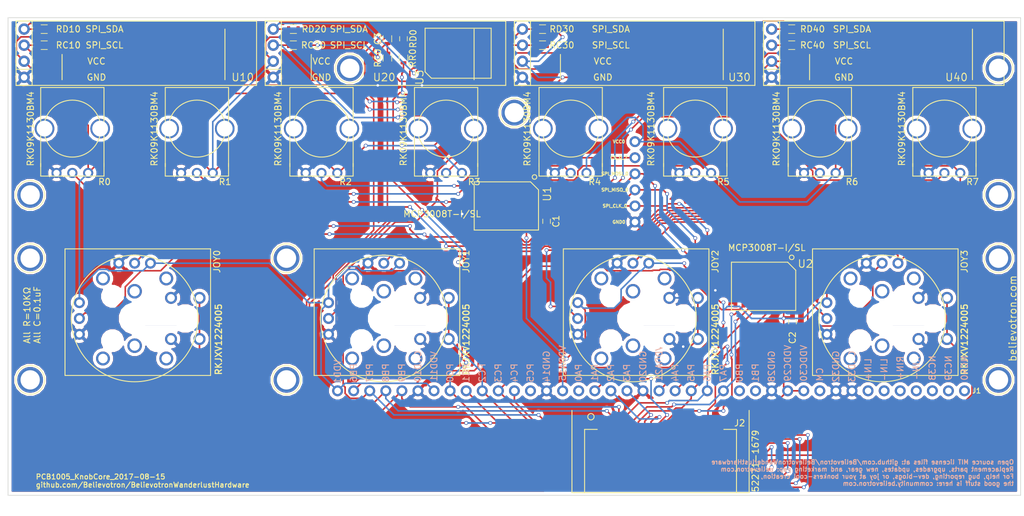
<source format=kicad_pcb>
(kicad_pcb (version 4) (host pcbnew 4.0.4-stable)
  (layers (0 F.Cu signal) (31 B.Cu signal) (34 B.Paste user) (35 F.Paste user) (36 B.SilkS user) (37 F.SilkS user) (38 B.Mask user) (39 F.Mask user) (44 Edge.Cuts user))
  (net 0 "")
  (net 1 GND)
  (net 2 +3V3)
  (net 3 /VOLUME)
  (net 4 /I2C_SCL)
  (net 5 /I2C_SDA)
  (net 6 /SPI_CLK)
  (net 7 /SPI_MISO)
  (net 8 /SPI_MOSI)
  (net 9 "Net-(J1-Pad31)")
  (net 10 "Net-(J1-Pad34)")
  (net 11 "Net-(J1-Pad35)")
  (net 12 "Net-(J1-Pad36)")
  (net 13 "Net-(J1-Pad37)")
  (net 14 "Net-(J1-Pad38)")
  (net 15 "Net-(J1-Pad39)")
  (net 16 "Net-(J1-Pad40)")
  (net 17 /CS_8_15)
  (net 18 /CS_0_7)
  (net 19 "Net-(J1-Pad13)")
  (net 20 /!OLED_RESET)
  (net 21 /JOY_0_SW)
  (net 22 /JOY_1_SW)
  (net 23 /JOY_2_SW)
  (net 24 /JOY_3_SW)
  (net 25 /JOY_0_0)
  (net 26 /JOY_0_1)
  (net 27 /JOY_1_0)
  (net 28 /JOY_1_1)
  (net 29 /JOY_2_0)
  (net 30 /JOY_2_1)
  (net 31 /JOY_3_0)
  (net 32 /JOY_3_1)
  (net 33 "Net-(J1-Pad16)")
  (net 34 /ANALOG_OUT)
  (net 35 "Net-(J1-Pad26)")
  (net 36 "Net-(J1-Pad27)")
  (net 37 /RX)
  (net 38 /TX)
  (net 39 /P0)
  (net 40 /P1)
  (net 41 /P2)
  (net 42 /P3)
  (net 43 /P4)
  (net 44 /P5)
  (net 45 /P6)
  (net 46 /P7)
  (net 47 /I2C_SCL0)
  (net 48 /I2C_SCL1)
  (net 49 /I2C_SCL2)
  (net 50 /I2C_SCL3)
  (net 51 /I2C_SDA0)
  (net 52 /I2C_SDA1)
  (net 53 /I2C_SDA2)
  (net 54 /I2C_SDA3)
  (module Connect:1pin (layer F.Cu) (at 80 -45.22)
    (fp_text reference REF** hide)
    (fp_text value 1pin)
    (pad 1 thru_hole circle (at 0 0) (size 4.064 4.064) (drill 3.048) (layers *.Cu *.Mask))
  )
  (module Connect:1pin (layer F.Cu) (at 3.5 -32.22)
    (fp_text reference REF** hide)
    (fp_text value 1pin)
    (pad 1 thru_hole circle (at 0 0) (size 4.064 4.064) (drill 3.048) (layers *.Cu *.Mask))
  )
  (module Connect:1pin (layer F.Cu) (at 156.5 -32.22)
    (fp_text reference REF** hide)
    (fp_text value 1pin)
    (pad 1 thru_hole circle (at 0 0) (size 4.064 4.064) (drill 3.048) (layers *.Cu *.Mask))
  )
  (module Fiducials:Fiducial_1mm_Dia_2.54mm_Outer_CopperBottom (layer B.Cu) (at 2.54 12.7)
    (fp_text reference REF** hide)
    (fp_text value Fiducial_1mm_Dia_2.54mm_Outer_CopperBottom)
    (pad ~ smd circle (at 0 0) (size 1 1) (layers F.Cu F.Mask) (clearance 0.77))
  )
  (module Connect:1pin (layer F.Cu) (at 156.5 -3)
    (fp_text reference REF** hide)
    (fp_text value 1pin)
    (pad 1 thru_hole circle (at 0 0) (size 4.064 4.064) (drill 3.048) (layers *.Cu *.Mask))
  )
  (module Connect:1pin (layer F.Cu) (at 44 -3)
    (fp_text reference REF** hide)
    (fp_text value 1pin)
    (pad 1 thru_hole circle (at 0 0) (size 4.064 4.064) (drill 3.048) (layers *.Cu *.Mask))
  )
  (module Connect:1pin (layer F.Cu) (at 3.5 -3)
    (fp_text reference REF** hide)
    (fp_text value 1pin)
    (pad 1 thru_hole circle (at 0 0) (size 4.064 4.064) (drill 3.048) (layers *.Cu *.Mask))
  )
  (module Liberry:Axoloti-40x1_slim (layer F.Cu) (at 52.07 -1.27)
    (fp_text reference J1 (at 100.965 0) (layer F.SilkS) (effects (font (size 0.8 0.8))))
    (fp_text value Axoloti_40Pin)
    (fp_text user NC40 (at 99.06 -3.604 270) (layer B.SilkS) (effects (justify mirror)))
    (fp_text user NC39 (at 96.52 -3.604 270) (layer B.SilkS) (effects (justify mirror)))
    (fp_text user NC38 (at 93.98 -3.604 270) (layer B.SilkS) (effects (justify mirror)))
    (fp_text user RIN- (at 91.44 -3.604 270) (layer B.SilkS) (effects (justify mirror)))
    (fp_text user RIN+ (at 88.9 -3.604 270) (layer B.SilkS) (effects (justify mirror)))
    (fp_text user LIN- (at 86.36 -3.35 270) (layer B.SilkS) (effects (justify mirror)))
    (fp_text user LIN+ (at 83.82 -3.35 270) (layer B.SilkS) (effects (justify mirror)))
    (fp_text user GND33 (at 81.28 -3.858 270) (layer B.SilkS) (effects (justify mirror)))
    (fp_text user GND32 (at 78.74 -3.858 270) (layer B.SilkS) (effects (justify mirror)))
    (fp_text user CM (at 76.2 -2.588 270) (layer B.SilkS) (effects (justify mirror)))
    (fp_text user VDDC30 (at 73.66 -4.366 270) (layer B.SilkS) (effects (justify mirror)))
    (fp_text user VDDC29 (at 71.12 -4.366 270) (layer B.SilkS) (effects (justify mirror)))
    (fp_text user GND28 (at 68.58 -3.858 270) (layer B.SilkS) (effects (justify mirror)))
    (fp_text user PB1 (at 66.04 -2.842 270) (layer B.SilkS) (effects (justify mirror)))
    (fp_text user PB0 (at 63.5 -2.842 270) (layer B.SilkS) (effects (justify mirror)))
    (fp_text user PA7 (at 60.96 -2.842 270) (layer B.SilkS) (effects (justify mirror)))
    (fp_text user PA6 (at 58.42 -2.842 270) (layer B.SilkS) (effects (justify mirror)))
    (fp_text user PA5 (at 55.88 -2.842 270) (layer B.SilkS) (effects (justify mirror)))
    (fp_text user PA4 (at 53.34 -2.842 270) (layer B.SilkS) (effects (justify mirror)))
    (fp_text user VDDA21 (at 50.8 -4.366 270) (layer B.SilkS) (effects (justify mirror)))
    (fp_text user GND20 (at 48.26 -3.858 270) (layer B.SilkS) (effects (justify mirror)))
    (fp_text user PA3 (at 45.72 -2.842 270) (layer B.SilkS) (effects (justify mirror)))
    (fp_text user PA2 (at 43.18 -2.842 270) (layer B.SilkS) (effects (justify mirror)))
    (fp_text user PA1 (at 40.64 -2.842 270) (layer B.SilkS) (effects (justify mirror)))
    (fp_text user PA0 (at 38.1 -2.842 270) (layer B.SilkS) (effects (justify mirror)))
    (fp_text user VDDA15 (at 35.56 -4.366 270) (layer B.SilkS) (effects (justify mirror)))
    (fp_text user GND14 (at 33.02 -3.858 270) (layer B.SilkS) (effects (justify mirror)))
    (fp_text user PC5 (at 30.48 -2.842 270) (layer B.SilkS) (effects (justify mirror)))
    (fp_text user PC4 (at 27.94 -2.842 270) (layer B.SilkS) (effects (justify mirror)))
    (fp_text user PC3 (at 25.4 -2.842 270) (layer B.SilkS) (effects (justify mirror)))
    (fp_text user PC2 (at 22.86 -2.842 270) (layer B.SilkS) (effects (justify mirror)))
    (fp_text user PC1 (at 20.32 -2.842 270) (layer B.SilkS) (effects (justify mirror)))
    (fp_text user PC0 (at 17.78 -2.842 270) (layer B.SilkS) (effects (justify mirror)))
    (fp_text user VDD11 (at 15.24 -3.858 270) (layer B.SilkS) (effects (justify mirror)))
    (fp_text user GND10 (at 12.7 -3.858 270) (layer B.SilkS) (effects (justify mirror)))
    (fp_text user PB9 (at 10.16 -2.842 270) (layer B.SilkS) (effects (justify mirror)))
    (fp_text user PB8 (at 7.62 -2.842 270) (layer B.SilkS) (effects (justify mirror)))
    (fp_text user PB7 (at 5.08 -2.842 270) (layer B.SilkS) (effects (justify mirror)))
    (fp_text user PB6 (at 2.54 -2.842 270) (layer B.SilkS) (effects (justify mirror)))
    (fp_text user VDD1 (at 0 -3 270) (layer B.SilkS) (effects (justify mirror)))
    (pad 11 thru_hole circle (at 25.4 0) (size 1.7272 1.7272) (drill 1.016) (layers *.Cu *.Mask) (net 23 /JOY_2_SW))
    (pad 21 thru_hole circle (at 50.8 0) (size 1.7272 1.7272) (drill 1.016) (layers *.Cu *.Mask) (net 2 +3V3))
    (pad 4 thru_hole circle (at 7.62 0) (size 1.7272 1.7272) (drill 1.016) (layers *.Cu *.Mask) (net 4 /I2C_SCL))
    (pad 1 thru_hole circle (at 0 0) (size 1.7272 1.7272) (drill 1.016) (layers *.Cu *.Mask) (net 2 +3V3))
    (pad 2 thru_hole circle (at 2.54 0) (size 1.7272 1.7272) (drill 1.016) (layers *.Cu *.Mask) (net 17 /CS_8_15))
    (pad 3 thru_hole circle (at 5.08 0) (size 1.7272 1.7272) (drill 1.016) (layers *.Cu *.Mask) (net 18 /CS_0_7))
    (pad 5 thru_hole circle (at 10.16 0) (size 1.7272 1.7272) (drill 1.016) (layers *.Cu *.Mask) (net 5 /I2C_SDA))
    (pad 9 thru_hole circle (at 20.32 0) (size 1.7272 1.7272) (drill 1.016) (layers *.Cu *.Mask) (net 21 /JOY_0_SW))
    (pad 6 thru_hole circle (at 12.7 0) (size 1.7272 1.7272) (drill 1.016) (layers *.Cu *.Mask) (net 1 GND))
    (pad 7 thru_hole circle (at 15.24 0) (size 1.7272 1.7272) (drill 1.016) (layers *.Cu *.Mask) (net 2 +3V3))
    (pad 8 thru_hole circle (at 17.78 0) (size 1.7272 1.7272) (drill 1.016) (layers *.Cu *.Mask) (net 20 /!OLED_RESET))
    (pad 10 thru_hole circle (at 22.86 0) (size 1.7272 1.7272) (drill 1.016) (layers *.Cu *.Mask) (net 22 /JOY_1_SW))
    (pad 14 thru_hole circle (at 33.02 0) (size 1.7272 1.7272) (drill 1.016) (layers *.Cu *.Mask) (net 1 GND))
    (pad 11 thru_hole circle (at 25.4 0) (size 1.7272 1.7272) (drill 1.016) (layers *.Cu *.Mask) (net 23 /JOY_2_SW))
    (pad 12 thru_hole circle (at 27.94 0) (size 1.7272 1.7272) (drill 1.016) (layers *.Cu *.Mask) (net 24 /JOY_3_SW))
    (pad 13 thru_hole circle (at 30.48 0) (size 1.7272 1.7272) (drill 1.016) (layers *.Cu *.Mask) (net 19 "Net-(J1-Pad13)"))
    (pad 15 thru_hole circle (at 35.56 0) (size 1.7272 1.7272) (drill 1.016) (layers *.Cu *.Mask) (net 2 +3V3))
    (pad 19 thru_hole circle (at 45.72 0) (size 1.7272 1.7272) (drill 1.016) (layers *.Cu *.Mask) (net 37 /RX))
    (pad 16 thru_hole circle (at 38.1 0) (size 1.7272 1.7272) (drill 1.016) (layers *.Cu *.Mask) (net 33 "Net-(J1-Pad16)"))
    (pad 17 thru_hole circle (at 40.64 0) (size 1.7272 1.7272) (drill 1.016) (layers *.Cu *.Mask) (net 3 /VOLUME))
    (pad 18 thru_hole circle (at 43.18 0) (size 1.7272 1.7272) (drill 1.016) (layers *.Cu *.Mask) (net 38 /TX))
    (pad 20 thru_hole circle (at 48.26 0) (size 1.7272 1.7272) (drill 1.016) (layers *.Cu *.Mask) (net 1 GND))
    (pad 24 thru_hole circle (at 58.42 0) (size 1.7272 1.7272) (drill 1.016) (layers *.Cu *.Mask) (net 7 /SPI_MISO))
    (pad 21 thru_hole circle (at 50.8 0) (size 1.7272 1.7272) (drill 1.016) (layers *.Cu *.Mask) (net 2 +3V3))
    (pad 22 thru_hole circle (at 53.34 0) (size 1.7272 1.7272) (drill 1.016) (layers *.Cu *.Mask) (net 34 /ANALOG_OUT))
    (pad 23 thru_hole circle (at 55.88 0) (size 1.7272 1.7272) (drill 1.016) (layers *.Cu *.Mask) (net 6 /SPI_CLK))
    (pad 25 thru_hole circle (at 60.96 0) (size 1.7272 1.7272) (drill 1.016) (layers *.Cu *.Mask) (net 8 /SPI_MOSI))
    (pad 29 thru_hole circle (at 71.12 0) (size 1.7272 1.7272) (drill 1.016) (layers *.Cu *.Mask) (net 2 +3V3))
    (pad 26 thru_hole circle (at 63.5 0) (size 1.7272 1.7272) (drill 1.016) (layers *.Cu *.Mask) (net 35 "Net-(J1-Pad26)"))
    (pad 27 thru_hole circle (at 66.04 0) (size 1.7272 1.7272) (drill 1.016) (layers *.Cu *.Mask) (net 36 "Net-(J1-Pad27)"))
    (pad 28 thru_hole circle (at 68.58 0) (size 1.7272 1.7272) (drill 1.016) (layers *.Cu *.Mask) (net 1 GND))
    (pad 30 thru_hole circle (at 73.66 0) (size 1.7272 1.7272) (drill 1.016) (layers *.Cu *.Mask) (net 2 +3V3))
    (pad 34 thru_hole circle (at 83.82 0) (size 1.7272 1.7272) (drill 1.016) (layers *.Cu *.Mask) (net 10 "Net-(J1-Pad34)"))
    (pad 31 thru_hole circle (at 76.2 0) (size 1.7272 1.7272) (drill 1.016) (layers *.Cu *.Mask) (net 9 "Net-(J1-Pad31)"))
    (pad 32 thru_hole circle (at 78.74 0) (size 1.7272 1.7272) (drill 1.016) (layers *.Cu *.Mask) (net 1 GND))
    (pad 33 thru_hole circle (at 81.28 0) (size 1.7272 1.7272) (drill 1.016) (layers *.Cu *.Mask) (net 1 GND))
    (pad 35 thru_hole circle (at 86.36 0) (size 1.7272 1.7272) (drill 1.016) (layers *.Cu *.Mask) (net 11 "Net-(J1-Pad35)"))
    (pad 39 thru_hole circle (at 96.52 0) (size 1.7272 1.7272) (drill 1.016) (layers *.Cu *.Mask) (net 15 "Net-(J1-Pad39)"))
    (pad 36 thru_hole circle (at 88.9 0) (size 1.7272 1.7272) (drill 1.016) (layers *.Cu *.Mask) (net 12 "Net-(J1-Pad36)"))
    (pad 37 thru_hole circle (at 91.44 0) (size 1.7272 1.7272) (drill 1.016) (layers *.Cu *.Mask) (net 13 "Net-(J1-Pad37)"))
    (pad 38 thru_hole circle (at 93.98 0) (size 1.7272 1.7272) (drill 1.016) (layers *.Cu *.Mask) (net 14 "Net-(J1-Pad38)"))
    (pad 40 thru_hole circle (at 99.06 0) (size 1.7272 1.7272) (drill 1.016) (layers *.Cu *.Mask) (net 16 "Net-(J1-Pad40)"))
  )
  (module Capacitors_SMD:C_0603 (layer F.Cu) (at 123.952 -12.192 270)
    (fp_text reference C2 (at 2.54 0 270) (layer F.SilkS))
    (fp_text value 0.1u)
    (pad 1 smd rect (at -0.75 0 270) (size 0.8 0.75) (layers F.Cu F.Paste F.Mask) (net 2 +3V3))
    (pad 2 smd rect (at 0.75 0 270) (size 0.8 0.75) (layers F.Cu F.Paste F.Mask) (net 1 GND))
  )
  (module Liberry:SOIC-16 (layer F.Cu) (at 119.38 -17.78 180)
    (fp_text reference U2 (at -6.604 3.556 360) (layer F.SilkS) (effects (font (size 1.2 1.2))))
    (fp_text value MCP3008T-I/SL)
    (pad 16 smd rect (at -4.445 -2.6 180) (size 0.6 1.5) (layers F.Cu F.Paste F.Mask) (net 2 +3V3))
    (pad 1 smd rect (at -4.445 2.6 180) (size 0.6 1.5) (layers F.Cu F.Paste F.Mask) (net 25 /JOY_0_0))
    (pad 15 smd rect (at -3.175 -2.6 180) (size 0.6 1.5) (layers F.Cu F.Paste F.Mask) (net 2 +3V3))
    (pad 2 smd rect (at -3.175 2.6 180) (size 0.6 1.5) (layers F.Cu F.Paste F.Mask) (net 26 /JOY_0_1))
    (pad 14 smd rect (at -1.905 -2.6 180) (size 0.6 1.5) (layers F.Cu F.Paste F.Mask) (net 1 GND))
    (pad 3 smd rect (at -1.905 2.6 180) (size 0.6 1.5) (layers F.Cu F.Paste F.Mask) (net 27 /JOY_1_0))
    (pad 13 smd rect (at -0.635 -2.6 180) (size 0.6 1.5) (layers F.Cu F.Paste F.Mask) (net 6 /SPI_CLK))
    (pad 4 smd rect (at -0.635 2.6 180) (size 0.6 1.5) (layers F.Cu F.Paste F.Mask) (net 28 /JOY_1_1))
    (pad 12 smd rect (at 0.635 -2.6 180) (size 0.6 1.5) (layers F.Cu F.Paste F.Mask) (net 7 /SPI_MISO))
    (pad 5 smd rect (at 0.635 2.6 180) (size 0.6 1.5) (layers F.Cu F.Paste F.Mask) (net 29 /JOY_2_0))
    (pad 11 smd rect (at 1.905 -2.6 180) (size 0.6 1.5) (layers F.Cu F.Paste F.Mask) (net 8 /SPI_MOSI))
    (pad 6 smd rect (at 1.905 2.6 180) (size 0.6 1.5) (layers F.Cu F.Paste F.Mask) (net 30 /JOY_2_1))
    (pad 10 smd rect (at 3.175 -2.6 180) (size 0.6 1.5) (layers F.Cu F.Paste F.Mask) (net 17 /CS_8_15))
    (pad 7 smd rect (at 3.175 2.6 180) (size 0.6 1.5) (layers F.Cu F.Paste F.Mask) (net 31 /JOY_3_0))
    (pad 9 smd rect (at 4.445 -2.6 180) (size 0.6 1.5) (layers F.Cu F.Paste F.Mask) (net 1 GND))
    (pad 8 smd rect (at 4.445 2.6 180) (size 0.6 1.5) (layers F.Cu F.Paste F.Mask) (net 32 /JOY_3_1))
  )
  (module Connect:1pin (layer F.Cu) (at 3.5 -22.22)
    (fp_text reference REF** hide)
    (fp_text value 1pin)
    (pad 1 thru_hole circle (at 0 0) (size 4.064 4.064) (drill 3.048) (layers *.Cu *.Mask))
  )
  (module Fiducials:Fiducial_1mm_Dia_2.54mm_Outer_CopperTop (layer F.Cu) (at 20.32 -58.42)
    (fp_text reference REF** hide)
    (fp_text value Fiducial_1mm_Dia_2.54mm_Outer_CopperTop)
    (pad ~ smd circle (at 0 0) (size 1 1) (layers F.Cu F.Mask) (clearance 0.77))
  )
  (module Fiducials:Fiducial_1mm_Dia_2.54mm_Outer_CopperBottom (layer B.Cu) (at 152.4 12.7)
    (fp_text reference REF** hide)
    (fp_text value Fiducial_1mm_Dia_2.54mm_Outer_CopperBottom)
    (pad ~ smd circle (at 0 0) (size 1 1) (layers F.Cu F.Mask) (clearance 0.77))
  )
  (module Connect:1pin (layer F.Cu) (at 156.5 -22.22)
    (fp_text reference REF** hide)
    (fp_text value 1pin)
    (pad 1 thru_hole circle (at 0 0) (size 4.064 4.064) (drill 3.048) (layers *.Cu *.Mask))
  )
  (module Connect:1pin (layer F.Cu) (at 156.5 -52.22)
    (fp_text reference REF** hide)
    (fp_text value 1pin)
    (pad 1 thru_hole circle (at 0 0) (size 4.064 4.064) (drill 3.048) (layers *.Cu *.Mask))
  )
  (module Fiducials:Fiducial_1mm_Dia_2.54mm_Outer_CopperBottom (layer B.Cu) (at 152.4 -58.42)
    (fp_text reference REF** hide)
    (fp_text value Fiducial_1mm_Dia_2.54mm_Outer_CopperBottom)
    (pad ~ smd circle (at 0 0) (size 1 1) (layers F.Cu F.Mask) (clearance 0.77))
  )
  (module Connect:1pin (layer F.Cu) (at 54 -52.22)
    (fp_text reference REF** hide)
    (fp_text value 1pin)
    (pad 1 thru_hole circle (at 0 0) (size 4.064 4.064) (drill 3.048) (layers *.Cu *.Mask))
  )
  (module Connect:1pin (layer F.Cu) (at 44 -22.22)
    (fp_text reference REF** hide)
    (fp_text value 1pin)
    (pad 1 thru_hole circle (at 0 0) (size 4.064 4.064) (drill 3.048) (layers *.Cu *.Mask))
  )
  (module Liberry:JOY_ALPS_RKJXV1224005 (layer F.Cu) (at 98.7425 -12.7 90)
    (fp_text reference JOY2 (at 9 13 90) (layer F.SilkS))
    (fp_text value XYJOY_Alps)
    (pad "" np_thru_hole circle (at 0 0 90) (size 4 4) (drill 4) (layers *.Cu *.Mask))
    (pad "" np_thru_hole circle (at 3.5 -3.5 90) (size 2.6 2.6) (drill 2.6) (layers *.Cu *.Mask))
    (pad "" np_thru_hole circle (at -3.5 -3.5 90) (size 2.6 2.6) (drill 2.6) (layers *.Cu *.Mask))
    (pad "" np_thru_hole circle (at -3.5 3.5 90) (size 2.6 2.6) (drill 2.6) (layers *.Cu *.Mask))
    (pad "" np_thru_hole circle (at 3.5 3.5 90) (size 2.6 2.6) (drill 2.6) (layers *.Cu *.Mask))
    (pad "" np_thru_hole circle (at 0 8 90) (size 3.5 3.5) (drill 3.5) (layers *.Cu *.Mask))
    (pad "" np_thru_hole rect (at 0 4 90) (size 2.2 8) (drill oval 2.2 8) (layers *.Cu *.Mask))
    (pad "" thru_hole circle (at -6.325 -5 90) (size 2.2 2.2) (drill 1.5) (layers *.Cu *.Mask))
    (pad "" thru_hole circle (at 6.325 -5 90) (size 2.2 2.2) (drill 1.5) (layers *.Cu *.Mask))
    (pad "" thru_hole circle (at -6.325 5 90) (size 2.2 2.2) (drill 1.5) (layers *.Cu *.Mask))
    (pad "" thru_hole circle (at 6.325 5 90) (size 2.2 2.2) (drill 1.5) (layers *.Cu *.Mask))
    (pad J0-2 thru_hole circle (at 0 -8.73 90) (size 1.7272 1.7272) (drill 1.016) (layers *.Cu *.Mask) (net 29 /JOY_2_0))
    (pad J0-1 thru_hole circle (at 2.5 -8.73 90) (size 1.7272 1.7272) (drill 1.016) (layers *.Cu *.Mask) (net 2 +3V3))
    (pad J0-3 thru_hole circle (at -2.5 -8.73 90) (size 1.7272 1.7272) (drill 1.016) (layers *.Cu *.Mask) (net 1 GND))
    (pad SW0 thru_hole circle (at -3.25 5.75 90) (size 1.9 1.9) (drill 1.2) (layers *.Cu *.Mask) (net 1 GND))
    (pad SW1 thru_hole circle (at -3.25 10.25 90) (size 1.9 1.9) (drill 1.2) (layers *.Cu *.Mask) (net 23 /JOY_2_SW))
    (pad SW0 thru_hole circle (at 3.25 5.75 90) (size 1.9 1.9) (drill 1.2) (layers *.Cu *.Mask) (net 1 GND))
    (pad SW1 thru_hole circle (at 3.25 10.25 90) (size 1.9 1.9) (drill 1.2) (layers *.Cu *.Mask) (net 23 /JOY_2_SW))
    (pad "" thru_hole circle (at -4.3 0 90) (size 2.3 2.3) (drill 1.6) (layers *.Cu *.Mask))
    (pad "" thru_hole circle (at 4.3 0 90) (size 2.3 2.3) (drill 1.6) (layers *.Cu *.Mask))
    (pad J1-2 thru_hole circle (at 8.73 0 90) (size 1.7272 1.7272) (drill 1.016) (layers *.Cu *.Mask) (net 30 /JOY_2_1))
    (pad J1-1 thru_hole circle (at 8.73 2.5 90) (size 1.7272 1.7272) (drill 1.016) (layers *.Cu *.Mask) (net 2 +3V3))
    (pad J1-3 thru_hole circle (at 8.73 -2.5 90) (size 1.7272 1.7272) (drill 1.016) (layers *.Cu *.Mask) (net 1 GND))
  )
  (module Liberry:JOY_ALPS_RKJXV1224005 (layer F.Cu) (at 138.1125 -12.7 90)
    (fp_text reference JOY3 (at 9 13 90) (layer F.SilkS))
    (fp_text value XYJOY_Alps)
    (pad "" np_thru_hole circle (at 0 0 90) (size 4 4) (drill 4) (layers *.Cu *.Mask))
    (pad "" np_thru_hole circle (at 3.5 -3.5 90) (size 2.6 2.6) (drill 2.6) (layers *.Cu *.Mask))
    (pad "" np_thru_hole circle (at -3.5 -3.5 90) (size 2.6 2.6) (drill 2.6) (layers *.Cu *.Mask))
    (pad "" np_thru_hole circle (at -3.5 3.5 90) (size 2.6 2.6) (drill 2.6) (layers *.Cu *.Mask))
    (pad "" np_thru_hole circle (at 3.5 3.5 90) (size 2.6 2.6) (drill 2.6) (layers *.Cu *.Mask))
    (pad "" np_thru_hole circle (at 0 8 90) (size 3.5 3.5) (drill 3.5) (layers *.Cu *.Mask))
    (pad "" np_thru_hole rect (at 0 4 90) (size 2.2 8) (drill oval 2.2 8) (layers *.Cu *.Mask))
    (pad "" thru_hole circle (at -6.325 -5 90) (size 2.2 2.2) (drill 1.5) (layers *.Cu *.Mask))
    (pad "" thru_hole circle (at 6.325 -5 90) (size 2.2 2.2) (drill 1.5) (layers *.Cu *.Mask))
    (pad "" thru_hole circle (at -6.325 5 90) (size 2.2 2.2) (drill 1.5) (layers *.Cu *.Mask))
    (pad "" thru_hole circle (at 6.325 5 90) (size 2.2 2.2) (drill 1.5) (layers *.Cu *.Mask))
    (pad J0-2 thru_hole circle (at 0 -8.73 90) (size 1.7272 1.7272) (drill 1.016) (layers *.Cu *.Mask) (net 31 /JOY_3_0))
    (pad J0-1 thru_hole circle (at 2.5 -8.73 90) (size 1.7272 1.7272) (drill 1.016) (layers *.Cu *.Mask) (net 2 +3V3))
    (pad J0-3 thru_hole circle (at -2.5 -8.73 90) (size 1.7272 1.7272) (drill 1.016) (layers *.Cu *.Mask) (net 1 GND))
    (pad SW0 thru_hole circle (at -3.25 5.75 90) (size 1.9 1.9) (drill 1.2) (layers *.Cu *.Mask) (net 1 GND))
    (pad SW1 thru_hole circle (at -3.25 10.25 90) (size 1.9 1.9) (drill 1.2) (layers *.Cu *.Mask) (net 24 /JOY_3_SW))
    (pad SW0 thru_hole circle (at 3.25 5.75 90) (size 1.9 1.9) (drill 1.2) (layers *.Cu *.Mask) (net 1 GND))
    (pad SW1 thru_hole circle (at 3.25 10.25 90) (size 1.9 1.9) (drill 1.2) (layers *.Cu *.Mask) (net 24 /JOY_3_SW))
    (pad "" thru_hole circle (at -4.3 0 90) (size 2.3 2.3) (drill 1.6) (layers *.Cu *.Mask))
    (pad "" thru_hole circle (at 4.3 0 90) (size 2.3 2.3) (drill 1.6) (layers *.Cu *.Mask))
    (pad J1-2 thru_hole circle (at 8.73 0 90) (size 1.7272 1.7272) (drill 1.016) (layers *.Cu *.Mask) (net 32 /JOY_3_1))
    (pad J1-1 thru_hole circle (at 8.73 2.5 90) (size 1.7272 1.7272) (drill 1.016) (layers *.Cu *.Mask) (net 2 +3V3))
    (pad J1-3 thru_hole circle (at 8.73 -2.5 90) (size 1.7272 1.7272) (drill 1.016) (layers *.Cu *.Mask) (net 1 GND))
  )
  (module Liberry:JOY_ALPS_RKJXV1224005 (layer F.Cu) (at 20.0025 -12.7 90)
    (fp_text reference JOY0 (at 9 13 90) (layer F.SilkS))
    (fp_text value XYJOY_Alps)
    (pad "" np_thru_hole circle (at 0 0 90) (size 4 4) (drill 4) (layers *.Cu *.Mask))
    (pad "" np_thru_hole circle (at 3.5 -3.5 90) (size 2.6 2.6) (drill 2.6) (layers *.Cu *.Mask))
    (pad "" np_thru_hole circle (at -3.5 -3.5 90) (size 2.6 2.6) (drill 2.6) (layers *.Cu *.Mask))
    (pad "" np_thru_hole circle (at -3.5 3.5 90) (size 2.6 2.6) (drill 2.6) (layers *.Cu *.Mask))
    (pad "" np_thru_hole circle (at 3.5 3.5 90) (size 2.6 2.6) (drill 2.6) (layers *.Cu *.Mask))
    (pad "" np_thru_hole circle (at 0 8 90) (size 3.5 3.5) (drill 3.5) (layers *.Cu *.Mask))
    (pad "" np_thru_hole rect (at 0 4 90) (size 2.2 8) (drill oval 2.2 8) (layers *.Cu *.Mask))
    (pad "" thru_hole circle (at -6.325 -5 90) (size 2.2 2.2) (drill 1.5) (layers *.Cu *.Mask))
    (pad "" thru_hole circle (at 6.325 -5 90) (size 2.2 2.2) (drill 1.5) (layers *.Cu *.Mask))
    (pad "" thru_hole circle (at -6.325 5 90) (size 2.2 2.2) (drill 1.5) (layers *.Cu *.Mask))
    (pad "" thru_hole circle (at 6.325 5 90) (size 2.2 2.2) (drill 1.5) (layers *.Cu *.Mask))
    (pad J0-2 thru_hole circle (at 0 -8.73 90) (size 1.7272 1.7272) (drill 1.016) (layers *.Cu *.Mask) (net 25 /JOY_0_0))
    (pad J0-1 thru_hole circle (at 2.5 -8.73 90) (size 1.7272 1.7272) (drill 1.016) (layers *.Cu *.Mask) (net 2 +3V3))
    (pad J0-3 thru_hole circle (at -2.5 -8.73 90) (size 1.7272 1.7272) (drill 1.016) (layers *.Cu *.Mask) (net 1 GND))
    (pad SW0 thru_hole circle (at -3.25 5.75 90) (size 1.9 1.9) (drill 1.2) (layers *.Cu *.Mask) (net 1 GND))
    (pad SW1 thru_hole circle (at -3.25 10.25 90) (size 1.9 1.9) (drill 1.2) (layers *.Cu *.Mask) (net 21 /JOY_0_SW))
    (pad SW0 thru_hole circle (at 3.25 5.75 90) (size 1.9 1.9) (drill 1.2) (layers *.Cu *.Mask) (net 1 GND))
    (pad SW1 thru_hole circle (at 3.25 10.25 90) (size 1.9 1.9) (drill 1.2) (layers *.Cu *.Mask) (net 21 /JOY_0_SW))
    (pad "" thru_hole circle (at -4.3 0 90) (size 2.3 2.3) (drill 1.6) (layers *.Cu *.Mask))
    (pad "" thru_hole circle (at 4.3 0 90) (size 2.3 2.3) (drill 1.6) (layers *.Cu *.Mask))
    (pad J1-2 thru_hole circle (at 8.73 0 90) (size 1.7272 1.7272) (drill 1.016) (layers *.Cu *.Mask) (net 26 /JOY_0_1))
    (pad J1-1 thru_hole circle (at 8.73 2.5 90) (size 1.7272 1.7272) (drill 1.016) (layers *.Cu *.Mask) (net 2 +3V3))
    (pad J1-3 thru_hole circle (at 8.73 -2.5 90) (size 1.7272 1.7272) (drill 1.016) (layers *.Cu *.Mask) (net 1 GND))
  )
  (module Liberry:JOY_ALPS_RKJXV1224005 (layer F.Cu) (at 59.3725 -12.7 90)
    (fp_text reference JOY1 (at 9 13 90) (layer F.SilkS))
    (fp_text value XYJOY_Alps)
    (pad "" np_thru_hole circle (at 0 0 90) (size 4 4) (drill 4) (layers *.Cu *.Mask))
    (pad "" np_thru_hole circle (at 3.5 -3.5 90) (size 2.6 2.6) (drill 2.6) (layers *.Cu *.Mask))
    (pad "" np_thru_hole circle (at -3.5 -3.5 90) (size 2.6 2.6) (drill 2.6) (layers *.Cu *.Mask))
    (pad "" np_thru_hole circle (at -3.5 3.5 90) (size 2.6 2.6) (drill 2.6) (layers *.Cu *.Mask))
    (pad "" np_thru_hole circle (at 3.5 3.5 90) (size 2.6 2.6) (drill 2.6) (layers *.Cu *.Mask))
    (pad "" np_thru_hole circle (at 0 8 90) (size 3.5 3.5) (drill 3.5) (layers *.Cu *.Mask))
    (pad "" np_thru_hole rect (at 0 4 90) (size 2.2 8) (drill oval 2.2 8) (layers *.Cu *.Mask))
    (pad "" thru_hole circle (at -6.325 -5 90) (size 2.2 2.2) (drill 1.5) (layers *.Cu *.Mask))
    (pad "" thru_hole circle (at 6.325 -5 90) (size 2.2 2.2) (drill 1.5) (layers *.Cu *.Mask))
    (pad "" thru_hole circle (at -6.325 5 90) (size 2.2 2.2) (drill 1.5) (layers *.Cu *.Mask))
    (pad "" thru_hole circle (at 6.325 5 90) (size 2.2 2.2) (drill 1.5) (layers *.Cu *.Mask))
    (pad J0-2 thru_hole circle (at 0 -8.73 90) (size 1.7272 1.7272) (drill 1.016) (layers *.Cu *.Mask) (net 27 /JOY_1_0))
    (pad J0-1 thru_hole circle (at 2.5 -8.73 90) (size 1.7272 1.7272) (drill 1.016) (layers *.Cu *.Mask) (net 2 +3V3))
    (pad J0-3 thru_hole circle (at -2.5 -8.73 90) (size 1.7272 1.7272) (drill 1.016) (layers *.Cu *.Mask) (net 1 GND))
    (pad SW0 thru_hole circle (at -3.25 5.75 90) (size 1.9 1.9) (drill 1.2) (layers *.Cu *.Mask) (net 1 GND))
    (pad SW1 thru_hole circle (at -3.25 10.25 90) (size 1.9 1.9) (drill 1.2) (layers *.Cu *.Mask) (net 22 /JOY_1_SW))
    (pad SW0 thru_hole circle (at 3.25 5.75 90) (size 1.9 1.9) (drill 1.2) (layers *.Cu *.Mask) (net 1 GND))
    (pad SW1 thru_hole circle (at 3.25 10.25 90) (size 1.9 1.9) (drill 1.2) (layers *.Cu *.Mask) (net 22 /JOY_1_SW))
    (pad "" thru_hole circle (at -4.3 0 90) (size 2.3 2.3) (drill 1.6) (layers *.Cu *.Mask))
    (pad "" thru_hole circle (at 4.3 0 90) (size 2.3 2.3) (drill 1.6) (layers *.Cu *.Mask))
    (pad J1-2 thru_hole circle (at 8.73 0 90) (size 1.7272 1.7272) (drill 1.016) (layers *.Cu *.Mask) (net 28 /JOY_1_1))
    (pad J1-1 thru_hole circle (at 8.73 2.5 90) (size 1.7272 1.7272) (drill 1.016) (layers *.Cu *.Mask) (net 2 +3V3))
    (pad J1-3 thru_hole circle (at 8.73 -2.5 90) (size 1.7272 1.7272) (drill 1.016) (layers *.Cu *.Mask) (net 1 GND))
  )
  (module Liberry:FFC_1MM_20POS_MOLEX_52271-2079 (layer F.Cu) (at 103.1 4.826)
    (fp_text reference J2 (at 12.5 -1) (layer F.SilkS))
    (fp_text value FPC_20POS)
    (fp_text user 52271-1679 (at 15 5 90) (layer F.SilkS))
    (pad 1 smd rect (at -9.5 0) (size 0.6 1.9) (layers F.Cu F.Paste F.Mask) (net 1 GND))
    (pad 2 smd rect (at -8.5 0) (size 0.6 1.9) (layers F.Cu F.Paste F.Mask) (net 1 GND))
    (pad 3 smd rect (at -7.5 0) (size 0.6 1.9) (layers F.Cu F.Paste F.Mask) (net 4 /I2C_SCL))
    (pad 4 smd rect (at -6.5 0) (size 0.6 1.9) (layers F.Cu F.Paste F.Mask) (net 5 /I2C_SDA))
    (pad 5 smd rect (at -5.5 0) (size 0.6 1.9) (layers F.Cu F.Paste F.Mask) (net 7 /SPI_MISO))
    (pad 6 smd rect (at -4.5 0) (size 0.6 1.9) (layers F.Cu F.Paste F.Mask) (net 8 /SPI_MOSI))
    (pad 7 smd rect (at -3.5 0) (size 0.6 1.9) (layers F.Cu F.Paste F.Mask) (net 6 /SPI_CLK))
    (pad 8 smd rect (at -2.5 0) (size 0.6 1.9) (layers F.Cu F.Paste F.Mask) (net 37 /RX))
    (pad 9 smd rect (at -1.5 0) (size 0.6 1.9) (layers F.Cu F.Paste F.Mask) (net 38 /TX))
    (pad 10 smd rect (at -0.5 0) (size 0.6 1.9) (layers F.Cu F.Paste F.Mask) (net 3 /VOLUME))
    (pad 11 smd rect (at 0.5 0) (size 0.6 1.9) (layers F.Cu F.Paste F.Mask) (net 17 /CS_8_15))
    (pad 12 smd rect (at 1.5 0) (size 0.6 1.9) (layers F.Cu F.Paste F.Mask) (net 18 /CS_0_7))
    (pad 13 smd rect (at 2.5 0) (size 0.6 1.9) (layers F.Cu F.Paste F.Mask) (net 24 /JOY_3_SW))
    (pad 14 smd rect (at 3.5 0) (size 0.6 1.9) (layers F.Cu F.Paste F.Mask) (net 23 /JOY_2_SW))
    (pad 15 smd rect (at 4.5 0) (size 0.6 1.9) (layers F.Cu F.Paste F.Mask) (net 22 /JOY_1_SW))
    (pad 16 smd rect (at 5.5 0) (size 0.6 1.9) (layers F.Cu F.Paste F.Mask) (net 21 /JOY_0_SW))
    (pad "" smd rect (at 12.65 2.35) (size 2.1 2.8) (layers F.Cu F.Paste F.Mask))
    (pad "" smd rect (at -12.65 2.35) (size 2.1 2.8) (layers F.Cu F.Paste F.Mask))
    (pad 17 smd rect (at 6.5 0) (size 0.6 1.9) (layers F.Cu F.Paste F.Mask) (net 20 /!OLED_RESET))
    (pad 18 smd rect (at 7.5 0) (size 0.6 1.9) (layers F.Cu F.Paste F.Mask) (net 34 /ANALOG_OUT))
    (pad 19 smd rect (at 8.5 0) (size 0.6 1.9) (layers F.Cu F.Paste F.Mask) (net 2 +3V3))
    (pad 20 smd rect (at 9.5 0) (size 0.6 1.9) (layers F.Cu F.Paste F.Mask) (net 2 +3V3))
  )
  (module Capacitors_SMD:C_0603 (layer F.Cu) (at 85.09 -28.055 270)
    (fp_text reference C1 (at 0 -1.5 270) (layer F.SilkS))
    (fp_text value 0.1u)
    (pad 1 smd rect (at -0.75 0 270) (size 0.8 0.75) (layers F.Cu F.Paste F.Mask) (net 2 +3V3))
    (pad 2 smd rect (at 0.75 0 270) (size 0.8 0.75) (layers F.Cu F.Paste F.Mask) (net 1 GND))
  )
  (module Capacitors_SMD:C_0603 (layer F.Cu) (at 62.484 -56.896 90)
    (fp_text reference C3 (at 0 -4.064 90) (layer F.SilkS))
    (fp_text value 0.1u)
    (pad 1 smd rect (at -0.75 0 90) (size 0.8 0.75) (layers F.Cu F.Paste F.Mask) (net 2 +3V3))
    (pad 2 smd rect (at 0.75 0 90) (size 0.8 0.75) (layers F.Cu F.Paste F.Mask) (net 1 GND))
  )
  (module Resistors_SMD:R_0603 (layer F.Cu) (at 59.944 -53.848 270)
    (fp_text reference RC0 (at 0 1.524 270) (layer F.SilkS))
    (fp_text value 10K)
    (pad 1 smd rect (at -0.75 0 270) (size 0.5 0.9) (layers F.Cu F.Paste F.Mask) (net 2 +3V3))
    (pad 2 smd rect (at 0.75 0 270) (size 0.5 0.9) (layers F.Cu F.Paste F.Mask) (net 4 /I2C_SCL))
  )
  (module Resistors_SMD:R_0603 (layer F.Cu) (at 5.715 -55.88 180)
    (fp_text reference RC10 (at -3.81 0 180) (layer F.SilkS))
    (fp_text value 10K)
    (pad 1 smd rect (at -0.75 0 180) (size 0.5 0.9) (layers F.Cu F.Paste F.Mask) (net 2 +3V3))
    (pad 2 smd rect (at 0.75 0 180) (size 0.5 0.9) (layers F.Cu F.Paste F.Mask) (net 47 /I2C_SCL0))
  )
  (module Resistors_SMD:R_0603 (layer F.Cu) (at 45.085 -55.88 180)
    (fp_text reference RC20 (at -3.175 0 180) (layer F.SilkS))
    (fp_text value 10K)
    (pad 1 smd rect (at -0.75 0 180) (size 0.5 0.9) (layers F.Cu F.Paste F.Mask) (net 2 +3V3))
    (pad 2 smd rect (at 0.75 0 180) (size 0.5 0.9) (layers F.Cu F.Paste F.Mask) (net 48 /I2C_SCL1))
  )
  (module Resistors_SMD:R_0603 (layer F.Cu) (at 84.455 -55.88 180)
    (fp_text reference RC30 (at -3.06 0 180) (layer F.SilkS))
    (fp_text value 10K)
    (pad 1 smd rect (at -0.75 0 180) (size 0.5 0.9) (layers F.Cu F.Paste F.Mask) (net 2 +3V3))
    (pad 2 smd rect (at 0.75 0 180) (size 0.5 0.9) (layers F.Cu F.Paste F.Mask) (net 49 /I2C_SCL2))
  )
  (module Resistors_SMD:R_0603 (layer F.Cu) (at 123.825 -55.88 180)
    (fp_text reference RC40 (at -3.29 0 180) (layer F.SilkS))
    (fp_text value 10K)
    (pad 1 smd rect (at -0.75 0 180) (size 0.5 0.9) (layers F.Cu F.Paste F.Mask) (net 2 +3V3))
    (pad 2 smd rect (at 0.75 0 180) (size 0.5 0.9) (layers F.Cu F.Paste F.Mask) (net 50 /I2C_SCL3))
  )
  (module Resistors_SMD:R_0603 (layer F.Cu) (at 59.944 -56.896 90)
    (fp_text reference RD0 (at 0 4.064 90) (layer F.SilkS))
    (fp_text value 10K)
    (pad 1 smd rect (at -0.75 0 90) (size 0.5 0.9) (layers F.Cu F.Paste F.Mask) (net 2 +3V3))
    (pad 2 smd rect (at 0.75 0 90) (size 0.5 0.9) (layers F.Cu F.Paste F.Mask) (net 5 /I2C_SDA))
  )
  (module Resistors_SMD:R_0603 (layer F.Cu) (at 5.715 -58.42 180)
    (fp_text reference RD10 (at -3.81 0 180) (layer F.SilkS))
    (fp_text value 10K)
    (pad 1 smd rect (at -0.75 0 180) (size 0.5 0.9) (layers F.Cu F.Paste F.Mask) (net 2 +3V3))
    (pad 2 smd rect (at 0.75 0 180) (size 0.5 0.9) (layers F.Cu F.Paste F.Mask) (net 51 /I2C_SDA0))
  )
  (module Resistors_SMD:R_0603 (layer F.Cu) (at 45.085 -58.42 180)
    (fp_text reference RD20 (at -3.29 0 180) (layer F.SilkS))
    (fp_text value 10K)
    (pad 1 smd rect (at -0.75 0 180) (size 0.5 0.9) (layers F.Cu F.Paste F.Mask) (net 2 +3V3))
    (pad 2 smd rect (at 0.75 0 180) (size 0.5 0.9) (layers F.Cu F.Paste F.Mask) (net 52 /I2C_SDA1))
  )
  (module Resistors_SMD:R_0603 (layer F.Cu) (at 84.455 -58.42 180)
    (fp_text reference RD30 (at -3.06 0 180) (layer F.SilkS))
    (fp_text value 10K)
    (pad 1 smd rect (at -0.75 0 180) (size 0.5 0.9) (layers F.Cu F.Paste F.Mask) (net 2 +3V3))
    (pad 2 smd rect (at 0.75 0 180) (size 0.5 0.9) (layers F.Cu F.Paste F.Mask) (net 53 /I2C_SDA2))
  )
  (module Resistors_SMD:R_0603 (layer F.Cu) (at 123.825 -58.42 180)
    (fp_text reference RD40 (at -3.29 0 180) (layer F.SilkS))
    (fp_text value 10K)
    (pad 1 smd rect (at -0.75 0 180) (size 0.5 0.9) (layers F.Cu F.Paste F.Mask) (net 2 +3V3))
    (pad 2 smd rect (at 0.75 0 180) (size 0.5 0.9) (layers F.Cu F.Paste F.Mask) (net 54 /I2C_SDA3))
  )
  (module Resistors_SMD:R_0603 (layer F.Cu) (at 62.484 -53.848 270)
    (fp_text reference RR0 (at 0 -1.45 270) (layer F.SilkS))
    (fp_text value 10K)
    (pad 1 smd rect (at -0.75 0 270) (size 0.5 0.9) (layers F.Cu F.Paste F.Mask) (net 2 +3V3))
    (pad 2 smd rect (at 0.75 0 270) (size 0.5 0.9) (layers F.Cu F.Paste F.Mask) (net 20 /!OLED_RESET))
  )
  (module Liberry:SOIC-16 (layer F.Cu) (at 78.74 -30.48 180)
    (fp_text reference U1 (at -6.445 1.905 270) (layer F.SilkS) (effects (font (size 1.2 1.2))))
    (fp_text value MCP3008T-I/SL)
    (pad 16 smd rect (at -4.445 -2.6 180) (size 0.6 1.5) (layers F.Cu F.Paste F.Mask) (net 2 +3V3))
    (pad 1 smd rect (at -4.445 2.6 180) (size 0.6 1.5) (layers F.Cu F.Paste F.Mask) (net 46 /P7))
    (pad 15 smd rect (at -3.175 -2.6 180) (size 0.6 1.5) (layers F.Cu F.Paste F.Mask) (net 2 +3V3))
    (pad 2 smd rect (at -3.175 2.6 180) (size 0.6 1.5) (layers F.Cu F.Paste F.Mask) (net 45 /P6))
    (pad 14 smd rect (at -1.905 -2.6 180) (size 0.6 1.5) (layers F.Cu F.Paste F.Mask) (net 1 GND))
    (pad 3 smd rect (at -1.905 2.6 180) (size 0.6 1.5) (layers F.Cu F.Paste F.Mask) (net 44 /P5))
    (pad 13 smd rect (at -0.635 -2.6 180) (size 0.6 1.5) (layers F.Cu F.Paste F.Mask) (net 6 /SPI_CLK))
    (pad 4 smd rect (at -0.635 2.6 180) (size 0.6 1.5) (layers F.Cu F.Paste F.Mask) (net 43 /P4))
    (pad 12 smd rect (at 0.635 -2.6 180) (size 0.6 1.5) (layers F.Cu F.Paste F.Mask) (net 7 /SPI_MISO))
    (pad 5 smd rect (at 0.635 2.6 180) (size 0.6 1.5) (layers F.Cu F.Paste F.Mask) (net 42 /P3))
    (pad 11 smd rect (at 1.905 -2.6 180) (size 0.6 1.5) (layers F.Cu F.Paste F.Mask) (net 8 /SPI_MOSI))
    (pad 6 smd rect (at 1.905 2.6 180) (size 0.6 1.5) (layers F.Cu F.Paste F.Mask) (net 41 /P2))
    (pad 10 smd rect (at 3.175 -2.6 180) (size 0.6 1.5) (layers F.Cu F.Paste F.Mask) (net 18 /CS_0_7))
    (pad 7 smd rect (at 3.175 2.6 180) (size 0.6 1.5) (layers F.Cu F.Paste F.Mask) (net 40 /P1))
    (pad 9 smd rect (at 4.445 -2.6 180) (size 0.6 1.5) (layers F.Cu F.Paste F.Mask) (net 1 GND))
    (pad 8 smd rect (at 4.445 2.6 180) (size 0.6 1.5) (layers F.Cu F.Paste F.Mask) (net 39 /P0))
  )
  (module Liberry:SOIC-16_1.27x5.4 (layer F.Cu) (at 71.12 -54.61)
    (fp_text reference U3 (at -6.096 3.81 90) (layer F.SilkS) (effects (font (size 1.2 1.2))))
    (fp_text value I2C_1x4MUX_TCA9546A)
    (pad 16 smd rect (at -4.445 -2.7) (size 0.55 1.5) (layers F.Cu F.Paste F.Mask) (net 2 +3V3))
    (pad 1 smd rect (at -4.445 2.7) (size 0.55 1.5) (layers F.Cu F.Paste F.Mask) (net 1 GND))
    (pad 15 smd rect (at -3.175 -2.7) (size 0.55 1.5) (layers F.Cu F.Paste F.Mask) (net 5 /I2C_SDA))
    (pad 2 smd rect (at -3.175 2.7) (size 0.55 1.5) (layers F.Cu F.Paste F.Mask) (net 1 GND))
    (pad 14 smd rect (at -1.905 -2.7) (size 0.55 1.5) (layers F.Cu F.Paste F.Mask) (net 4 /I2C_SCL))
    (pad 3 smd rect (at -1.905 2.7) (size 0.55 1.5) (layers F.Cu F.Paste F.Mask) (net 20 /!OLED_RESET))
    (pad 13 smd rect (at -0.635 -2.7) (size 0.55 1.5) (layers F.Cu F.Paste F.Mask) (net 1 GND))
    (pad 4 smd rect (at -0.635 2.7) (size 0.55 1.5) (layers F.Cu F.Paste F.Mask) (net 51 /I2C_SDA0))
    (pad 12 smd rect (at 0.635 -2.7) (size 0.55 1.5) (layers F.Cu F.Paste F.Mask) (net 50 /I2C_SCL3))
    (pad 5 smd rect (at 0.635 2.7) (size 0.55 1.5) (layers F.Cu F.Paste F.Mask) (net 47 /I2C_SCL0))
    (pad 11 smd rect (at 1.905 -2.7) (size 0.55 1.5) (layers F.Cu F.Paste F.Mask) (net 54 /I2C_SDA3))
    (pad 6 smd rect (at 1.905 2.7) (size 0.55 1.5) (layers F.Cu F.Paste F.Mask) (net 52 /I2C_SDA1))
    (pad 10 smd rect (at 3.175 -2.7) (size 0.55 1.5) (layers F.Cu F.Paste F.Mask) (net 49 /I2C_SCL2))
    (pad 7 smd rect (at 3.175 2.7) (size 0.55 1.5) (layers F.Cu F.Paste F.Mask) (net 48 /I2C_SCL1))
    (pad 9 smd rect (at 4.445 -2.7) (size 0.55 1.5) (layers F.Cu F.Paste F.Mask) (net 53 /I2C_SDA2))
    (pad 8 smd rect (at 4.445 2.7) (size 0.55 1.5) (layers F.Cu F.Paste F.Mask) (net 1 GND))
  )
  (module Liberry:OLED_128x32 (layer F.Cu) (at 2.54 -58.42)
    (fp_text reference U10 (at 34.544 7.62) (layer F.SilkS) (effects (font (size 1.2 1.2))))
    (fp_text value OLED_128x32_I2C)
    (fp_text user SPI_SDA (at 12.7 0) (layer F.SilkS))
    (fp_text user SPI_SCL (at 12.7 2.54) (layer F.SilkS))
    (fp_text user VCC (at 11.43 5.08) (layer F.SilkS))
    (fp_text user GND (at 11.43 7.62) (layer F.SilkS))
    (pad 1 thru_hole circle (at 0 7.62 270) (size 1.8 1.8) (drill 1.016) (layers *.Cu *.Mask) (net 1 GND))
    (pad 2 thru_hole circle (at 0 5.08 270) (size 1.8 1.8) (drill 1.016) (layers *.Cu *.Mask) (net 2 +3V3))
    (pad 3 thru_hole circle (at 0 2.54 270) (size 1.8 1.8) (drill 1.016) (layers *.Cu *.Mask) (net 47 /I2C_SCL0))
    (pad 4 thru_hole circle (at 0 0 270) (size 1.8 1.8) (drill 1.016) (layers *.Cu *.Mask) (net 51 /I2C_SDA0))
  )
  (module Liberry:OLED_128x32 (layer F.Cu) (at 41.91 -58.42)
    (fp_text reference U20 (at 17.526 7.62) (layer F.SilkS) (effects (font (size 1.2 1.2))))
    (fp_text value OLED_128x32_I2C)
    (fp_text user SPI_SDA (at 11.938 0) (layer F.SilkS))
    (fp_text user SPI_SCL (at 11.938 2.54) (layer F.SilkS))
    (fp_text user VCC (at 7.62 5.08) (layer F.SilkS))
    (fp_text user GND (at 7.62 7.62) (layer F.SilkS))
    (pad 1 thru_hole circle (at 0 7.62 270) (size 1.8 1.8) (drill 1.016) (layers *.Cu *.Mask) (net 1 GND))
    (pad 2 thru_hole circle (at 0 5.08 270) (size 1.8 1.8) (drill 1.016) (layers *.Cu *.Mask) (net 2 +3V3))
    (pad 3 thru_hole circle (at 0 2.54 270) (size 1.8 1.8) (drill 1.016) (layers *.Cu *.Mask) (net 48 /I2C_SCL1))
    (pad 4 thru_hole circle (at 0 0 270) (size 1.8 1.8) (drill 1.016) (layers *.Cu *.Mask) (net 52 /I2C_SDA1))
  )
  (module Liberry:OLED_128x32 (layer F.Cu) (at 81.28 -58.42)
    (fp_text reference U30 (at 34.29 7.62) (layer F.SilkS) (effects (font (size 1.2 1.2))))
    (fp_text value OLED_128x32_I2C)
    (fp_text user SPI_SDA (at 13.97 0) (layer F.SilkS))
    (fp_text user SPI_SCL (at 13.97 2.54) (layer F.SilkS))
    (fp_text user VCC (at 12.7 5.08) (layer F.SilkS))
    (fp_text user GND (at 12.7 7.62) (layer F.SilkS))
    (pad 1 thru_hole circle (at 0 7.62 270) (size 1.8 1.8) (drill 1.016) (layers *.Cu *.Mask) (net 1 GND))
    (pad 2 thru_hole circle (at 0 5.08 270) (size 1.8 1.8) (drill 1.016) (layers *.Cu *.Mask) (net 2 +3V3))
    (pad 3 thru_hole circle (at 0 2.54 270) (size 1.8 1.8) (drill 1.016) (layers *.Cu *.Mask) (net 49 /I2C_SCL2))
    (pad 4 thru_hole circle (at 0 0 270) (size 1.8 1.8) (drill 1.016) (layers *.Cu *.Mask) (net 53 /I2C_SDA2))
  )
  (module Liberry:OLED_128x32 (layer F.Cu) (at 120.65 -58.42)
    (fp_text reference U40 (at 29.21 7.62) (layer F.SilkS) (effects (font (size 1.2 1.2))))
    (fp_text value OLED_128x32_I2C)
    (fp_text user SPI_SDA (at 12.7 0) (layer F.SilkS))
    (fp_text user SPI_SCL (at 12.7 2.54) (layer F.SilkS))
    (fp_text user VCC (at 11.43 5.08) (layer F.SilkS))
    (fp_text user GND (at 11.43 7.62) (layer F.SilkS))
    (pad 1 thru_hole circle (at 0 7.62 270) (size 1.8 1.8) (drill 1.016) (layers *.Cu *.Mask) (net 1 GND))
    (pad 2 thru_hole circle (at 0 5.08 270) (size 1.8 1.8) (drill 1.016) (layers *.Cu *.Mask) (net 2 +3V3))
    (pad 3 thru_hole circle (at 0 2.54 270) (size 1.8 1.8) (drill 1.016) (layers *.Cu *.Mask) (net 50 /I2C_SCL3))
    (pad 4 thru_hole circle (at 0 0 270) (size 1.8 1.8) (drill 1.016) (layers *.Cu *.Mask) (net 54 /I2C_SDA3))
  )
  (module Liberry:POT_ALPS_RK09K1130BM4 (layer F.Cu) (at 147.955 -42.7)
    (fp_text reference R7 (at 4.445 8.41 180) (layer F.SilkS))
    (fp_text value POT)
    (fp_text user RK09K1130BM4 (at -6.731 0 90) (layer F.SilkS))
    (pad "" thru_hole circle (at -4.3942 0) (size 3.1 3.1) (drill 2.5) (layers *.Cu *.Mask))
    (pad "" thru_hole circle (at 4.3942 0) (size 3.1 3.1) (drill 2.5) (layers *.Cu *.Mask))
    (pad 3 thru_hole circle (at -2.5 7.0104) (size 1.6 1.6) (drill 1) (layers *.Cu *.Mask) (net 1 GND))
    (pad 2 thru_hole circle (at 0 7.0104) (size 1.6 1.6) (drill 1) (layers *.Cu *.Mask) (net 46 /P7))
    (pad 1 thru_hole circle (at 2.5 7.0104) (size 1.6 1.6) (drill 1) (layers *.Cu *.Mask) (net 2 +3V3))
  )
  (module Liberry:POT_ALPS_RK09K1130BM4 (layer F.Cu) (at 128.27 -42.7)
    (fp_text reference R6 (at 5.08 8.41 180) (layer F.SilkS))
    (fp_text value POT)
    (fp_text user RK09K1130BM4 (at -6.858 0.028 90) (layer F.SilkS))
    (pad "" thru_hole circle (at -4.3942 0) (size 3.1 3.1) (drill 2.5) (layers *.Cu *.Mask))
    (pad "" thru_hole circle (at 4.3942 0) (size 3.1 3.1) (drill 2.5) (layers *.Cu *.Mask))
    (pad 3 thru_hole circle (at -2.5 7.0104) (size 1.6 1.6) (drill 1) (layers *.Cu *.Mask) (net 1 GND))
    (pad 2 thru_hole circle (at 0 7.0104) (size 1.6 1.6) (drill 1) (layers *.Cu *.Mask) (net 45 /P6))
    (pad 1 thru_hole circle (at 2.5 7.0104) (size 1.6 1.6) (drill 1) (layers *.Cu *.Mask) (net 2 +3V3))
  )
  (module Liberry:POT_ALPS_RK09K1130BM4 (layer F.Cu) (at 108.585 -42.7)
    (fp_text reference R5 (at 4.445 8.41 180) (layer F.SilkS))
    (fp_text value POT)
    (fp_text user RK09K1130BM4 (at -6.985 0.028 90) (layer F.SilkS))
    (pad "" thru_hole circle (at -4.3942 0) (size 3.1 3.1) (drill 2.5) (layers *.Cu *.Mask))
    (pad "" thru_hole circle (at 4.3942 0) (size 3.1 3.1) (drill 2.5) (layers *.Cu *.Mask))
    (pad 3 thru_hole circle (at -2.5 7.0104) (size 1.6 1.6) (drill 1) (layers *.Cu *.Mask) (net 1 GND))
    (pad 2 thru_hole circle (at 0 7.0104) (size 1.6 1.6) (drill 1) (layers *.Cu *.Mask) (net 44 /P5))
    (pad 1 thru_hole circle (at 2.5 7.0104) (size 1.6 1.6) (drill 1) (layers *.Cu *.Mask) (net 2 +3V3))
  )
  (module Liberry:POT_ALPS_RK09K1130BM4 (layer F.Cu) (at 88.9 -42.7)
    (fp_text reference R4 (at 3.81 8.41 180) (layer F.SilkS))
    (fp_text value POT)
    (fp_text user RK09K1130BM4 (at -6.858 0.028 90) (layer F.SilkS))
    (pad "" thru_hole circle (at -4.3942 0) (size 3.1 3.1) (drill 2.5) (layers *.Cu *.Mask))
    (pad "" thru_hole circle (at 4.3942 0) (size 3.1 3.1) (drill 2.5) (layers *.Cu *.Mask))
    (pad 3 thru_hole circle (at -2.5 7.0104) (size 1.6 1.6) (drill 1) (layers *.Cu *.Mask) (net 1 GND))
    (pad 2 thru_hole circle (at 0 7.0104) (size 1.6 1.6) (drill 1) (layers *.Cu *.Mask) (net 43 /P4))
    (pad 1 thru_hole circle (at 2.5 7.0104) (size 1.6 1.6) (drill 1) (layers *.Cu *.Mask) (net 2 +3V3))
  )
  (module Liberry:POT_ALPS_RK09K1130BM4 (layer F.Cu) (at 69.215 -42.7)
    (fp_text reference R3 (at 4.445 8.41 180) (layer F.SilkS))
    (fp_text value POT)
    (fp_text user RK09K1130BM4 (at -6.731 0 90) (layer F.SilkS))
    (pad "" thru_hole circle (at -4.3942 0) (size 3.1 3.1) (drill 2.5) (layers *.Cu *.Mask))
    (pad "" thru_hole circle (at 4.3942 0) (size 3.1 3.1) (drill 2.5) (layers *.Cu *.Mask))
    (pad 3 thru_hole circle (at -2.5 7.0104) (size 1.6 1.6) (drill 1) (layers *.Cu *.Mask) (net 1 GND))
    (pad 2 thru_hole circle (at 0 7.0104) (size 1.6 1.6) (drill 1) (layers *.Cu *.Mask) (net 42 /P3))
    (pad 1 thru_hole circle (at 2.5 7.0104) (size 1.6 1.6) (drill 1) (layers *.Cu *.Mask) (net 2 +3V3))
  )
  (module Liberry:POT_ALPS_RK09K1130BM4 (layer F.Cu) (at 49.53 -42.7)
    (fp_text reference R2 (at 3.81 8.41 180) (layer F.SilkS))
    (fp_text value POT)
    (fp_text user RK09K1130BM4 (at -6.858 0.028 90) (layer F.SilkS))
    (pad "" thru_hole circle (at -4.3942 0) (size 3.1 3.1) (drill 2.5) (layers *.Cu *.Mask))
    (pad "" thru_hole circle (at 4.3942 0) (size 3.1 3.1) (drill 2.5) (layers *.Cu *.Mask))
    (pad 3 thru_hole circle (at -2.5 7.0104) (size 1.6 1.6) (drill 1) (layers *.Cu *.Mask) (net 1 GND))
    (pad 2 thru_hole circle (at 0 7.0104) (size 1.6 1.6) (drill 1) (layers *.Cu *.Mask) (net 41 /P2))
    (pad 1 thru_hole circle (at 2.5 7.0104) (size 1.6 1.6) (drill 1) (layers *.Cu *.Mask) (net 2 +3V3))
  )
  (module Liberry:POT_ALPS_RK09K1130BM4 (layer F.Cu) (at 29.845 -42.7)
    (fp_text reference R1 (at 4.445 8.41 180) (layer F.SilkS))
    (fp_text value POT)
    (fp_text user RK09K1130BM4 (at -6.731 0.028 90) (layer F.SilkS))
    (pad "" thru_hole circle (at -4.3942 0) (size 3.1 3.1) (drill 2.5) (layers *.Cu *.Mask))
    (pad "" thru_hole circle (at 4.3942 0) (size 3.1 3.1) (drill 2.5) (layers *.Cu *.Mask))
    (pad 3 thru_hole circle (at -2.5 7.0104) (size 1.6 1.6) (drill 1) (layers *.Cu *.Mask) (net 1 GND))
    (pad 2 thru_hole circle (at 0 7.0104) (size 1.6 1.6) (drill 1) (layers *.Cu *.Mask) (net 40 /P1))
    (pad 1 thru_hole circle (at 2.5 7.0104) (size 1.6 1.6) (drill 1) (layers *.Cu *.Mask) (net 2 +3V3))
  )
  (module Liberry:POT_ALPS_RK09K1130BM4 (layer F.Cu) (at 10.16 -42.7)
    (fp_text reference R0 (at 5.08 8.41 180) (layer F.SilkS))
    (fp_text value POT)
    (fp_text user RK09K1130BM4 (at -6.604 0.028 90) (layer F.SilkS))
    (pad "" thru_hole circle (at -4.3942 0) (size 3.1 3.1) (drill 2.5) (layers *.Cu *.Mask))
    (pad "" thru_hole circle (at 4.3942 0) (size 3.1 3.1) (drill 2.5) (layers *.Cu *.Mask))
    (pad 3 thru_hole circle (at -2.5 7.0104) (size 1.6 1.6) (drill 1) (layers *.Cu *.Mask) (net 1 GND))
    (pad 2 thru_hole circle (at 0 7.0104) (size 1.6 1.6) (drill 1) (layers *.Cu *.Mask) (net 39 /P0))
    (pad 1 thru_hole circle (at 2.5 7.0104) (size 1.6 1.6) (drill 1) (layers *.Cu *.Mask) (net 2 +3V3))
  )
  (module Liberry:single_0.1 (layer F.Cu) (at 99.06 -38.1)
    (fp_text reference CS_0_7 (at -2.54 0) (layer F.SilkS) (effects (font (size 0.5 0.5) (thickness 0.125))))
    (fp_text value CONN_01X01)
    (pad 1 thru_hole circle (at 0 0) (size 1.7272 1.7272) (drill 1.016) (layers *.Cu *.Mask) (net 18 /CS_0_7))
  )
  (module Liberry:single_0.1 (layer F.Cu) (at 99.06 -27.94)
    (fp_text reference GND0 (at -2.54 0) (layer F.SilkS) (effects (font (size 0.5 0.5) (thickness 0.125))))
    (fp_text value CONN_01X01)
    (pad 1 thru_hole circle (at 0 0) (size 1.7272 1.7272) (drill 1.016) (layers *.Cu *.Mask) (net 1 GND))
  )
  (module Liberry:single_0.1 (layer F.Cu) (at 99.06 -30.48)
    (fp_text reference SPI_CLK_0 (at -3.175 0) (layer F.SilkS) (effects (font (size 0.5 0.5) (thickness 0.125))))
    (fp_text value CONN_01X01)
    (pad 1 thru_hole circle (at 0 0) (size 1.7272 1.7272) (drill 1.016) (layers *.Cu *.Mask) (net 6 /SPI_CLK))
  )
  (module Liberry:single_0.1 (layer F.Cu) (at 99.06 -33.02)
    (fp_text reference SPI_MISO_0 (at -3.175 0) (layer F.SilkS) (effects (font (size 0.5 0.5) (thickness 0.125))))
    (fp_text value CONN_01X01)
    (pad 1 thru_hole circle (at 0 0) (size 1.7272 1.7272) (drill 1.016) (layers *.Cu *.Mask) (net 7 /SPI_MISO))
  )
  (module Liberry:single_0.1 (layer F.Cu) (at 99.06 -35.56)
    (fp_text reference SPI_MOSI_0 (at -3.175 0) (layer F.SilkS) (effects (font (size 0.5 0.5) (thickness 0.125))))
    (fp_text value CONN_01X01)
    (pad 1 thru_hole circle (at 0 0) (size 1.7272 1.7272) (drill 1.016) (layers *.Cu *.Mask) (net 8 /SPI_MOSI))
  )
  (module Liberry:single_0.1 (layer F.Cu) (at 99.06 -40.64)
    (fp_text reference VCC0 (at -2.54 0) (layer F.SilkS) (effects (font (size 0.5 0.5) (thickness 0.125))))
    (fp_text value CONN_01X01)
    (pad 1 thru_hole circle (at 0 0) (size 1.7272 1.7272) (drill 1.016) (layers *.Cu *.Mask) (net 2 +3V3))
  )
  (gr_text MCP3008T-I/SL (at 68.58 -29.21) (layer F.SilkS) (effects (font (size 1 1))))
  (gr_text RKJXV1224005 (at 151.13 -9.398 90) (layer F.SilkS) (effects (font (size 1 1) (thickness 0.1875))))
  (gr_text RKJXV1224005 (at 111.76 -9.398 90) (layer F.SilkS) (effects (font (size 1 1) (thickness 0.1875))))
  (gr_text RKJXV1224005 (at 72.39 -9.398 90) (layer F.SilkS) (effects (font (size 1 1) (thickness 0.1875))))
  (gr_text RKJXV1224005 (at 33.274 -9.398 90) (layer F.SilkS) (effects (font (size 1 1) (thickness 0.1875))))
  (gr_text "All R=10KΩ\nAll C=0.1uF" (at 3.81 -8.636 90) (layer F.SilkS) (effects (font (size 1 1)) (justify left)))
  (gr_text "Open source MIT license files at: github.com/Believotron/BelievotronWanderlustHardware\nReplacement parts, upgrades, updates, new gear, and marketing pap: Believotron.com\nFor help, bug reporting, dev-blogs, or joy at your bonkers-cool creation, \nthe good stuff is here: community.believotron.com\n" (at 159.004 11.684) (layer B.SilkS) (effects (font (size 0.7 0.7)) (justify left mirror)))
  (gr_text MCP3008T-I/SL (at 119.888 -23.876) (layer F.SilkS) (effects (font (size 1 1))))
  (gr_text believotron.com (at 158.75 -12.7 90) (layer F.SilkS) (effects (font (size 1.15 1.15))))
  (gr_text "PCB1005_KnobCore_2017-08-15\ngithub.com/Believotron/BelievotronWanderlustHardware\n" (at 4.318 12.954) (layer F.SilkS) (effects (font (size 0.8 0.8)) (justify left)))
  (gr_line (start 160 15.24) (end 160 -60.22) (layer Edge.Cuts) (width 0.1))
  (gr_line (start 0 -60.22) (end 160 -60.22) (layer Edge.Cuts) (width 0.1))
  (gr_line (start 0 15.24) (end 0 -60.22) (layer Edge.Cuts) (width 0.1))
  (gr_line (start 0 15.24) (end 160 15.24) (layer Edge.Cuts) (width 0.1))
  (segment (start 73.085 -27.88) (end 71.755 -29.21) (width 0.25) (layer F.Cu) (net 1))
  (via (at 71.755 -29.21) (size 0.6) (drill 0.4) (layers F.Cu B.Cu) (net 1))
  (segment (start 74.295 -27.88) (end 73.085 -27.88) (width 0.25) (layer F.Cu) (net 1))
  (segment (start 56.675 -18.831502) (end 55.056501 -20.450001) (width 0.25) (layer B.Cu) (net 1))
  (segment (start 51.506099 -11.063599) (end 50.6425 -10.2) (width 0.25) (layer B.Cu) (net 1))
  (segment (start 51.831101 -18.592603) (end 51.831101 -11.388601) (width 0.25) (layer B.Cu) (net 1))
  (segment (start 56.8725 -21.43) (end 58.061101 -22.618601) (width 0.25) (layer B.Cu) (net 1))
  (segment (start 58.061101 -22.618601) (end 62.887901 -22.618601) (width 0.25) (layer B.Cu) (net 1))
  (segment (start 65.056501 -20.450001) (end 63.688499 -20.450001) (width 0.25) (layer B.Cu) (net 1))
  (segment (start 62.887901 -22.618601) (end 65.056501 -20.450001) (width 0.25) (layer B.Cu) (net 1))
  (segment (start 63.688499 -20.450001) (end 62.07 -18.831502) (width 0.25) (layer B.Cu) (net 1))
  (segment (start 62.07 -18.831502) (end 56.675 -18.831502) (width 0.25) (layer B.Cu) (net 1))
  (segment (start 55.056501 -20.450001) (end 53.688499 -20.450001) (width 0.25) (layer B.Cu) (net 1))
  (segment (start 53.688499 -20.450001) (end 51.831101 -18.592603) (width 0.25) (layer B.Cu) (net 1))
  (segment (start 51.831101 -11.388601) (end 51.506099 -11.063599) (width 0.25) (layer B.Cu) (net 1))
  (segment (start 65.1225 -15.95) (end 66.072499 -16.899999) (width 0.25) (layer F.Cu) (net 1))
  (segment (start 66.072499 -16.899999) (end 66.072499 -19.434003) (width 0.25) (layer F.Cu) (net 1))
  (segment (start 58.061101 -20.241399) (end 57.736099 -20.566401) (width 0.25) (layer F.Cu) (net 1))
  (segment (start 66.072499 -19.434003) (end 65.056501 -20.450001) (width 0.25) (layer F.Cu) (net 1))
  (segment (start 65.056501 -20.450001) (end 63.688499 -20.450001) (width 0.25) (layer F.Cu) (net 1))
  (segment (start 63.688499 -20.450001) (end 63.479897 -20.241399) (width 0.25) (layer F.Cu) (net 1))
  (segment (start 63.479897 -20.241399) (end 58.061101 -20.241399) (width 0.25) (layer F.Cu) (net 1))
  (segment (start 57.736099 -20.566401) (end 56.8725 -21.43) (width 0.25) (layer F.Cu) (net 1))
  (segment (start 111.76 -17.145) (end 111.76 -16.720736) (width 0.25) (layer B.Cu) (net 1))
  (segment (start 111.76 -16.720736) (end 108.817501 -13.778237) (width 0.25) (layer B.Cu) (net 1))
  (segment (start 108.817501 -13.778237) (end 108.817501 -13.696001) (width 0.25) (layer B.Cu) (net 1))
  (segment (start 113.42 -17.145) (end 111.76 -17.145) (width 0.25) (layer F.Cu) (net 1))
  (via (at 111.76 -17.145) (size 0.6) (drill 0.4) (layers F.Cu B.Cu) (net 1))
  (segment (start 114.935 -15.18) (end 114.935 -15.63) (width 0.25) (layer F.Cu) (net 1))
  (segment (start 114.935 -15.63) (end 113.42 -17.145) (width 0.25) (layer F.Cu) (net 1))
  (segment (start 106.68 -8.255) (end 106.68 -9.024502) (width 0.25) (layer B.Cu) (net 1))
  (segment (start 105.836002 -15.95) (end 104.4925 -15.95) (width 0.25) (layer B.Cu) (net 1))
  (segment (start 106.68 -9.024502) (end 108.817501 -11.162003) (width 0.25) (layer B.Cu) (net 1))
  (segment (start 108.817501 -11.162003) (end 108.817501 -13.696001) (width 0.25) (layer B.Cu) (net 1))
  (segment (start 108.817501 -13.696001) (end 106.563502 -15.95) (width 0.25) (layer B.Cu) (net 1))
  (segment (start 106.563502 -15.95) (end 105.836002 -15.95) (width 0.25) (layer B.Cu) (net 1))
  (segment (start 106.434999 -8.500001) (end 106.68 -8.255) (width 0.25) (layer F.Cu) (net 1))
  (via (at 106.68 -8.255) (size 0.6) (drill 0.4) (layers F.Cu B.Cu) (net 1))
  (segment (start 104.4925 -9.45) (end 105.442499 -8.500001) (width 0.25) (layer F.Cu) (net 1))
  (segment (start 105.442499 -8.500001) (end 106.434999 -8.500001) (width 0.25) (layer F.Cu) (net 1))
  (segment (start 74.964999 -52.985001) (end 75.565 -52.385) (width 0.25) (layer F.Cu) (net 1))
  (segment (start 70.485 -57.31) (end 70.485 -55.88) (width 0.25) (layer F.Cu) (net 1))
  (segment (start 70.485 -55.88) (end 73.379999 -52.985001) (width 0.25) (layer F.Cu) (net 1))
  (segment (start 73.379999 -52.985001) (end 74.964999 -52.985001) (width 0.25) (layer F.Cu) (net 1))
  (segment (start 75.565 -52.385) (end 75.565 -51.91) (width 0.25) (layer F.Cu) (net 1))
  (segment (start 66.675 -50.8) (end 66.675 -51.91) (width 0.25) (layer F.Cu) (net 1))
  (segment (start 65.405 -49.53) (end 66.675 -50.8) (width 0.25) (layer F.Cu) (net 1))
  (segment (start 63.5 -47.625) (end 65.405 -49.53) (width 0.25) (layer B.Cu) (net 1))
  (via (at 65.405 -49.53) (size 0.6) (drill 0.4) (layers F.Cu B.Cu) (net 1))
  (segment (start 61.595 -47.625) (end 63.5 -47.625) (width 0.25) (layer B.Cu) (net 1))
  (segment (start 59.69 -49.53) (end 61.595 -47.625) (width 0.25) (layer B.Cu) (net 1))
  (segment (start 58.42 -49.53) (end 59.69 -49.53) (width 0.25) (layer B.Cu) (net 1))
  (via (at 58.42 -49.53) (size 0.6) (drill 0.4) (layers F.Cu B.Cu) (net 1))
  (segment (start 58.42 -53.049998) (end 58.42 -49.53) (width 0.25) (layer F.Cu) (net 1))
  (segment (start 62.484 -57.621) (end 61.859 -56.996) (width 0.25) (layer F.Cu) (net 1))
  (segment (start 62.484 -57.646) (end 62.484 -57.621) (width 0.25) (layer F.Cu) (net 1))
  (segment (start 57.794999 -53.674999) (end 58.42 -53.049998) (width 0.25) (layer F.Cu) (net 1))
  (segment (start 61.859 -56.996) (end 59.508998 -56.996) (width 0.25) (layer F.Cu) (net 1))
  (segment (start 59.508998 -56.996) (end 57.794999 -55.282001) (width 0.25) (layer F.Cu) (net 1))
  (segment (start 57.794999 -55.282001) (end 57.794999 -53.674999) (width 0.25) (layer F.Cu) (net 1))
  (segment (start 50.6425 -18.040413) (end 50.6425 -16.421314) (width 0.25) (layer B.Cu) (net 2))
  (segment (start 53.502099 -20.900012) (end 50.6425 -18.040413) (width 0.25) (layer B.Cu) (net 2))
  (segment (start 50.6425 -16.421314) (end 50.6425 -15.2) (width 0.25) (layer B.Cu) (net 2))
  (segment (start 55.242901 -20.900012) (end 53.502099 -20.900012) (width 0.25) (layer B.Cu) (net 2))
  (segment (start 55.901513 -20.241399) (end 55.242901 -20.900012) (width 0.25) (layer B.Cu) (net 2))
  (segment (start 60.683899 -20.241399) (end 55.901513 -20.241399) (width 0.25) (layer B.Cu) (net 2))
  (segment (start 61.8725 -21.43) (end 60.683899 -20.241399) (width 0.25) (layer B.Cu) (net 2))
  (segment (start 106.84 -21.005736) (end 106.84 -21.43) (width 0.25) (layer F.Cu) (net 2))
  (segment (start 112.605736 -15.24) (end 106.84 -21.005736) (width 0.25) (layer F.Cu) (net 2))
  (segment (start 113.03 -15.24) (end 112.605736 -15.24) (width 0.25) (layer F.Cu) (net 2))
  (segment (start 113.03 -13.97) (end 113.665 -14.605) (width 0.25) (layer B.Cu) (net 2))
  (segment (start 113.665 -14.605) (end 115.57 -14.605) (width 0.25) (layer B.Cu) (net 2))
  (segment (start 115.57 -14.605) (end 117.475 -12.7) (width 0.25) (layer B.Cu) (net 2))
  (segment (start 117.475 -12.7) (end 122.555 -12.7) (width 0.25) (layer B.Cu) (net 2))
  (via (at 113.03 -15.24) (size 0.6) (drill 0.4) (layers F.Cu B.Cu) (net 2))
  (via (at 106.84 -21.43) (size 0.6) (drill 0.4) (layers F.Cu B.Cu) (net 2))
  (segment (start 113.03 -13.97) (end 113.03 -15.24) (width 0.25) (layer B.Cu) (net 2))
  (segment (start 106.84 -21.43) (end 101.2425 -21.43) (width 0.25) (layer B.Cu) (net 2))
  (segment (start 11.2725 -15.2) (end 11.2725 -34.3021) (width 0.25) (layer B.Cu) (net 2))
  (segment (start 11.2725 -34.3021) (end 12.66 -35.6896) (width 0.25) (layer B.Cu) (net 2))
  (segment (start 22.5025 -21.43) (end 21.313899 -20.241399) (width 0.25) (layer B.Cu) (net 2))
  (segment (start 21.313899 -20.241399) (end 15.895103 -20.241399) (width 0.25) (layer B.Cu) (net 2))
  (segment (start 14.318499 -20.450001) (end 11.2725 -17.404002) (width 0.25) (layer B.Cu) (net 2))
  (segment (start 15.895103 -20.241399) (end 15.686501 -20.450001) (width 0.25) (layer B.Cu) (net 2))
  (segment (start 11.2725 -17.404002) (end 11.2725 -16.421314) (width 0.25) (layer B.Cu) (net 2))
  (segment (start 15.686501 -20.450001) (end 14.318499 -20.450001) (width 0.25) (layer B.Cu) (net 2))
  (segment (start 11.2725 -16.421314) (end 11.2725 -15.2) (width 0.25) (layer B.Cu) (net 2))
  (segment (start 50.6425 -15.2) (end 47.531638 -15.2) (width 0.25) (layer B.Cu) (net 2))
  (segment (start 47.531638 -15.2) (end 41.301638 -21.43) (width 0.25) (layer B.Cu) (net 2))
  (segment (start 41.301638 -21.43) (end 23.723814 -21.43) (width 0.25) (layer B.Cu) (net 2))
  (segment (start 23.723814 -21.43) (end 22.5025 -21.43) (width 0.25) (layer B.Cu) (net 2))
  (segment (start 67.31 -1.27) (end 66.121399 -2.458601) (width 0.25) (layer B.Cu) (net 2))
  (segment (start 66.121399 -2.458601) (end 53.258601 -2.458601) (width 0.25) (layer B.Cu) (net 2))
  (segment (start 53.258601 -2.458601) (end 52.933599 -2.133599) (width 0.25) (layer B.Cu) (net 2))
  (segment (start 52.933599 -2.133599) (end 52.07 -1.27) (width 0.25) (layer B.Cu) (net 2))
  (segment (start 50.6425 -15.2) (end 49.453899 -14.011399) (width 0.25) (layer B.Cu) (net 2))
  (segment (start 49.453899 -14.011399) (end 49.453899 -3.886101) (width 0.25) (layer B.Cu) (net 2))
  (segment (start 49.453899 -3.886101) (end 51.206401 -2.133599) (width 0.25) (layer B.Cu) (net 2))
  (segment (start 51.206401 -2.133599) (end 52.07 -1.27) (width 0.25) (layer B.Cu) (net 2))
  (segment (start 71.715 -35.6896) (end 67.3996 -40.005) (width 0.25) (layer B.Cu) (net 2))
  (segment (start 67.3996 -40.005) (end 62.23 -40.005) (width 0.25) (layer B.Cu) (net 2))
  (segment (start 130.77 -35.6896) (end 126.1954 -31.115) (width 0.25) (layer B.Cu) (net 2))
  (segment (start 126.1954 -31.115) (end 115.6596 -31.115) (width 0.25) (layer B.Cu) (net 2))
  (segment (start 115.6596 -31.115) (end 111.884999 -34.889601) (width 0.25) (layer B.Cu) (net 2))
  (segment (start 111.884999 -34.889601) (end 111.085 -35.6896) (width 0.25) (layer B.Cu) (net 2))
  (segment (start 111.085 -35.6896) (end 106.1346 -40.64) (width 0.25) (layer B.Cu) (net 2))
  (segment (start 106.1346 -40.64) (end 99.06 -40.64) (width 0.25) (layer B.Cu) (net 2))
  (segment (start 99.06 -40.64) (end 99.695 -40.64) (width 0.25) (layer B.Cu) (net 2))
  (segment (start 99.695 -40.64) (end 100.33 -41.275) (width 0.25) (layer B.Cu) (net 2))
  (segment (start 100.33 -41.275) (end 100.33 -43.18) (width 0.25) (layer B.Cu) (net 2))
  (segment (start 100.33 -43.18) (end 99.06 -44.45) (width 0.25) (layer B.Cu) (net 2))
  (segment (start 99.06 -44.45) (end 97.819202 -44.45) (width 0.25) (layer B.Cu) (net 2))
  (segment (start 97.819202 -44.45) (end 91.4 -38.030798) (width 0.25) (layer B.Cu) (net 2))
  (segment (start 91.4 -38.030798) (end 91.4 -36.82097) (width 0.25) (layer B.Cu) (net 2))
  (segment (start 91.4 -36.82097) (end 91.4 -35.6896) (width 0.25) (layer B.Cu) (net 2))
  (segment (start 83.185 -27.88) (end 84.19 -27.88) (width 0.25) (layer F.Cu) (net 2))
  (segment (start 84.19 -27.88) (end 85.09 -28.78) (width 0.25) (layer F.Cu) (net 2))
  (segment (start 85.09 -28.78) (end 85.09 -28.805) (width 0.25) (layer F.Cu) (net 2))
  (segment (start 81.915 -27.88) (end 83.185 -27.88) (width 0.25) (layer F.Cu) (net 2))
  (segment (start 81.915 -25.4) (end 81.915 -12.7) (width 0.25) (layer B.Cu) (net 2))
  (segment (start 81.915 -12.7) (end 88.265 -6.35) (width 0.25) (layer B.Cu) (net 2))
  (via (at 81.915 -25.4) (size 0.6) (drill 0.4) (layers F.Cu B.Cu) (net 2))
  (segment (start 81.915 -27.88) (end 81.915 -25.4) (width 0.25) (layer F.Cu) (net 2))
  (segment (start 88.265 -6.35) (end 87.63 -5.715) (width 0.25) (layer B.Cu) (net 2))
  (segment (start 87.63 -5.715) (end 87.63 -1.27) (width 0.25) (layer B.Cu) (net 2))
  (segment (start 91.201101 -9.286101) (end 88.265 -6.35) (width 0.25) (layer F.Cu) (net 2))
  (via (at 88.265 -6.35) (size 0.6) (drill 0.4) (layers F.Cu B.Cu) (net 2))
  (segment (start 90.0125 -15.2) (end 91.201101 -14.011399) (width 0.25) (layer F.Cu) (net 2))
  (segment (start 91.201101 -14.011399) (end 91.201101 -9.286101) (width 0.25) (layer F.Cu) (net 2))
  (segment (start 101.2425 -21.43) (end 100.053899 -20.241399) (width 0.25) (layer B.Cu) (net 2))
  (segment (start 100.053899 -20.241399) (end 99.800897 -20.241399) (width 0.25) (layer B.Cu) (net 2))
  (segment (start 99.800897 -20.241399) (end 96.867501 -17.308003) (width 0.25) (layer B.Cu) (net 2))
  (segment (start 95.783903 -14.336401) (end 90.876099 -14.336401) (width 0.25) (layer B.Cu) (net 2))
  (segment (start 96.867501 -17.308003) (end 96.867501 -15.419999) (width 0.25) (layer B.Cu) (net 2))
  (segment (start 90.876099 -14.336401) (end 90.0125 -15.2) (width 0.25) (layer B.Cu) (net 2))
  (segment (start 96.867501 -15.419999) (end 95.783903 -14.336401) (width 0.25) (layer B.Cu) (net 2))
  (segment (start 113.03 -12.065) (end 113.03 -13.97) (width 0.25) (layer B.Cu) (net 2))
  (segment (start 113.03 -11.43) (end 113.03 -12.065) (width 0.25) (layer F.Cu) (net 2))
  (via (at 113.03 -12.065) (size 0.6) (drill 0.4) (layers F.Cu B.Cu) (net 2))
  (segment (start 102.87 -1.27) (end 113.03 -11.43) (width 0.25) (layer F.Cu) (net 2))
  (segment (start 112.6 4.826) (end 111.6 4.826) (width 0.25) (layer F.Cu) (net 2))
  (segment (start 123.19 -1.27) (end 117.094 4.826) (width 0.25) (layer F.Cu) (net 2))
  (segment (start 117.094 4.826) (end 112.6 4.826) (width 0.25) (layer F.Cu) (net 2))
  (segment (start 123.19 -1.27) (end 125.73 -1.27) (width 0.25) (layer F.Cu) (net 2))
  (segment (start 122.555 -12.7) (end 122.555 -1.905) (width 0.25) (layer F.Cu) (net 2))
  (segment (start 122.555 -1.905) (end 123.19 -1.27) (width 0.25) (layer F.Cu) (net 2))
  (segment (start 123.952 -12.942) (end 122.797 -12.942) (width 0.25) (layer F.Cu) (net 2))
  (segment (start 122.797 -12.942) (end 122.555 -12.7) (width 0.25) (layer F.Cu) (net 2))
  (segment (start 122.555 -15.18) (end 123.825 -15.18) (width 0.25) (layer F.Cu) (net 2))
  (segment (start 122.555 -12.7) (end 122.555 -15.18) (width 0.25) (layer F.Cu) (net 2))
  (segment (start 125.661186 -12.7) (end 122.555 -12.7) (width 0.25) (layer B.Cu) (net 2))
  (via (at 122.555 -12.7) (size 0.6) (drill 0.4) (layers F.Cu B.Cu) (net 2))
  (segment (start 129.3825 -15.2) (end 128.161186 -15.2) (width 0.25) (layer B.Cu) (net 2))
  (segment (start 128.161186 -15.2) (end 125.661186 -12.7) (width 0.25) (layer B.Cu) (net 2))
  (segment (start 135.255 -24.13) (end 129.3825 -18.2575) (width 0.25) (layer F.Cu) (net 2))
  (segment (start 129.3825 -18.2575) (end 129.3825 -15.2) (width 0.25) (layer F.Cu) (net 2))
  (segment (start 139.133814 -24.13) (end 135.255 -24.13) (width 0.25) (layer F.Cu) (net 2))
  (segment (start 140.6125 -21.43) (end 140.6125 -22.651314) (width 0.25) (layer F.Cu) (net 2))
  (segment (start 140.6125 -22.651314) (end 139.133814 -24.13) (width 0.25) (layer F.Cu) (net 2))
  (segment (start 48.895 -55.88) (end 45.835 -55.88) (width 0.25) (layer F.Cu) (net 2))
  (segment (start 56.515 -55.88) (end 48.895 -55.88) (width 0.25) (layer B.Cu) (net 2))
  (via (at 48.895 -55.88) (size 0.6) (drill 0.4) (layers F.Cu B.Cu) (net 2))
  (segment (start 58.42 -53.975) (end 56.515 -55.88) (width 0.25) (layer B.Cu) (net 2))
  (segment (start 58.42 -54.822) (end 58.42 -53.975) (width 0.25) (layer F.Cu) (net 2))
  (via (at 58.42 -53.975) (size 0.6) (drill 0.4) (layers F.Cu B.Cu) (net 2))
  (segment (start 59.944 -56.146) (end 59.744 -56.146) (width 0.25) (layer F.Cu) (net 2))
  (segment (start 59.744 -56.146) (end 58.42 -54.822) (width 0.25) (layer F.Cu) (net 2))
  (segment (start 59.944 -56.146) (end 59.944 -54.598) (width 0.25) (layer F.Cu) (net 2))
  (segment (start 62.484 -56.146) (end 61.859 -56.146) (width 0.25) (layer F.Cu) (net 2))
  (segment (start 61.859 -56.146) (end 59.944 -56.146) (width 0.25) (layer F.Cu) (net 2))
  (segment (start 62.484 -56.146) (end 62.484 -54.598) (width 0.25) (layer F.Cu) (net 2))
  (segment (start 64.93 -57.31) (end 63.766 -56.146) (width 0.25) (layer F.Cu) (net 2))
  (segment (start 63.766 -56.146) (end 62.484 -56.146) (width 0.25) (layer F.Cu) (net 2))
  (segment (start 66.675 -57.31) (end 64.93 -57.31) (width 0.25) (layer F.Cu) (net 2))
  (segment (start 41.91 -53.34) (end 40.684999 -54.565001) (width 0.25) (layer F.Cu) (net 2))
  (segment (start 40.684999 -54.565001) (end 40.684999 -56.468001) (width 0.25) (layer F.Cu) (net 2))
  (segment (start 45.835 -57.9) (end 45.835 -58.42) (width 0.25) (layer F.Cu) (net 2))
  (segment (start 40.684999 -56.468001) (end 41.366998 -57.15) (width 0.25) (layer F.Cu) (net 2))
  (segment (start 41.366998 -57.15) (end 45.085 -57.15) (width 0.25) (layer F.Cu) (net 2))
  (segment (start 45.085 -57.15) (end 45.835 -57.9) (width 0.25) (layer F.Cu) (net 2))
  (segment (start 45.835 -58.42) (end 45.835 -55.88) (width 0.25) (layer F.Cu) (net 2))
  (segment (start 32.345 -35.6896) (end 32.345 -43.775) (width 0.25) (layer B.Cu) (net 2))
  (segment (start 32.345 -43.775) (end 41.91 -53.34) (width 0.25) (layer B.Cu) (net 2))
  (segment (start 6.465 -58.42) (end 6.465 -55.88) (width 0.25) (layer F.Cu) (net 2))
  (segment (start 2.54 -53.34) (end 1.314999 -54.565001) (width 0.25) (layer F.Cu) (net 2))
  (segment (start 1.314999 -54.565001) (end 1.314999 -56.468001) (width 0.25) (layer F.Cu) (net 2))
  (segment (start 1.314999 -56.468001) (end 2.041997 -57.194999) (width 0.25) (layer F.Cu) (net 2))
  (segment (start 2.041997 -57.194999) (end 5.439999 -57.194999) (width 0.25) (layer F.Cu) (net 2))
  (segment (start 5.439999 -57.194999) (end 6.465 -58.22) (width 0.25) (layer F.Cu) (net 2))
  (segment (start 6.465 -58.22) (end 6.465 -58.42) (width 0.25) (layer F.Cu) (net 2))
  (segment (start 12.66 -35.6896) (end 12.66 -43.22) (width 0.25) (layer F.Cu) (net 2))
  (segment (start 12.66 -43.22) (end 2.54 -53.34) (width 0.25) (layer F.Cu) (net 2))
  (segment (start 29.9346 -38.1) (end 15.0704 -38.1) (width 0.25) (layer F.Cu) (net 2))
  (segment (start 15.0704 -38.1) (end 12.66 -35.6896) (width 0.25) (layer F.Cu) (net 2))
  (segment (start 32.345 -35.6896) (end 29.9346 -38.1) (width 0.25) (layer F.Cu) (net 2))
  (segment (start 50.2546 -37.465) (end 34.1204 -37.465) (width 0.25) (layer F.Cu) (net 2))
  (segment (start 34.1204 -37.465) (end 32.345 -35.6896) (width 0.25) (layer F.Cu) (net 2))
  (segment (start 52.03 -35.6896) (end 50.2546 -37.465) (width 0.25) (layer F.Cu) (net 2))
  (segment (start 56.515 -40.005) (end 52.1996 -35.6896) (width 0.25) (layer F.Cu) (net 2))
  (segment (start 52.1996 -35.6896) (end 52.03 -35.6896) (width 0.25) (layer F.Cu) (net 2))
  (via (at 56.515 -40.005) (size 0.6) (drill 0.4) (layers F.Cu B.Cu) (net 2))
  (segment (start 62.23 -40.005) (end 56.515 -40.005) (width 0.25) (layer B.Cu) (net 2))
  (via (at 62.23 -40.005) (size 0.6) (drill 0.4) (layers F.Cu B.Cu) (net 2))
  (segment (start 67.31 -40.005) (end 62.23 -40.005) (width 0.25) (layer F.Cu) (net 2))
  (segment (start 75.565 -48.26) (end 67.31 -40.005) (width 0.25) (layer F.Cu) (net 2))
  (segment (start 85.09 -48.26) (end 75.565 -48.26) (width 0.25) (layer F.Cu) (net 2))
  (segment (start 87.63 -50.8) (end 85.09 -48.26) (width 0.25) (layer F.Cu) (net 2))
  (segment (start 85.205 -58.42) (end 85.205 -55.88) (width 0.25) (layer F.Cu) (net 2))
  (segment (start 87.63 -57.15) (end 86.36 -58.42) (width 0.25) (layer F.Cu) (net 2))
  (segment (start 86.36 -58.42) (end 85.205 -58.42) (width 0.25) (layer F.Cu) (net 2))
  (segment (start 83.82 -53.34) (end 87.63 -57.15) (width 0.25) (layer B.Cu) (net 2))
  (via (at 87.63 -57.15) (size 0.6) (drill 0.4) (layers F.Cu B.Cu) (net 2))
  (segment (start 81.28 -53.34) (end 83.82 -53.34) (width 0.25) (layer B.Cu) (net 2))
  (segment (start 87.63 -50.8) (end 83.82 -50.8) (width 0.25) (layer B.Cu) (net 2))
  (segment (start 83.82 -50.8) (end 81.28 -53.34) (width 0.25) (layer B.Cu) (net 2))
  (segment (start 118.11 -50.8) (end 87.63 -50.8) (width 0.25) (layer F.Cu) (net 2))
  (via (at 87.63 -50.8) (size 0.6) (drill 0.4) (layers F.Cu B.Cu) (net 2))
  (segment (start 119.750001 -52.440001) (end 118.11 -50.8) (width 0.25) (layer F.Cu) (net 2))
  (segment (start 120.65 -53.34) (end 119.750001 -52.440001) (width 0.25) (layer F.Cu) (net 2))
  (segment (start 124.575 -58.42) (end 124.575 -55.88) (width 0.25) (layer F.Cu) (net 2))
  (segment (start 123.19 -53.34) (end 124.575 -54.725) (width 0.25) (layer F.Cu) (net 2))
  (segment (start 124.575 -54.725) (end 124.575 -55.88) (width 0.25) (layer F.Cu) (net 2))
  (segment (start 120.65 -53.34) (end 123.19 -53.34) (width 0.25) (layer F.Cu) (net 2))
  (segment (start 130.77 -35.6896) (end 130.77 -43.22) (width 0.25) (layer F.Cu) (net 2))
  (segment (start 130.77 -43.22) (end 120.65 -53.34) (width 0.25) (layer F.Cu) (net 2))
  (segment (start 150.455 -35.6896) (end 149.329999 -36.814601) (width 0.25) (layer F.Cu) (net 2))
  (segment (start 149.329999 -36.814601) (end 131.895001 -36.814601) (width 0.25) (layer F.Cu) (net 2))
  (segment (start 131.895001 -36.814601) (end 131.569999 -36.489599) (width 0.25) (layer F.Cu) (net 2))
  (segment (start 131.569999 -36.489599) (end 130.77 -35.6896) (width 0.25) (layer F.Cu) (net 2))
  (segment (start 140.6125 -21.43) (end 150.455 -31.2725) (width 0.25) (layer F.Cu) (net 2))
  (segment (start 150.455 -31.2725) (end 150.455 -35.6896) (width 0.25) (layer F.Cu) (net 2))
  (segment (start 102.6 4.08) (end 102.6 4.826) (width 0.25) (layer F.Cu) (net 3))
  (segment (start 104.14 2.54) (end 102.6 4.08) (width 0.25) (layer F.Cu) (net 3))
  (segment (start 101.6 0) (end 104.14 2.54) (width 0.25) (layer B.Cu) (net 3))
  (via (at 104.14 2.54) (size 0.6) (drill 0.4) (layers F.Cu B.Cu) (net 3))
  (segment (start 101.6 -3.175) (end 101.6 0) (width 0.25) (layer B.Cu) (net 3))
  (segment (start 94.615 -3.175) (end 101.6 -3.175) (width 0.25) (layer F.Cu) (net 3))
  (via (at 101.6 -3.175) (size 0.6) (drill 0.4) (layers F.Cu B.Cu) (net 3))
  (segment (start 92.71 -1.27) (end 94.615 -3.175) (width 0.25) (layer F.Cu) (net 3))
  (segment (start 50.165 1.27) (end 57.15 1.27) (width 0.25) (layer F.Cu) (net 4))
  (segment (start 47.625 -1.27) (end 50.165 1.27) (width 0.25) (layer F.Cu) (net 4))
  (segment (start 47.625 -15.022913) (end 47.625 -1.27) (width 0.25) (layer F.Cu) (net 4))
  (segment (start 58.826401 -0.406401) (end 59.69 -1.27) (width 0.25) (layer F.Cu) (net 4))
  (segment (start 51.38109 -18.779003) (end 47.625 -15.022913) (width 0.25) (layer F.Cu) (net 4))
  (segment (start 59.944 -28.19541) (end 51.38109 -19.632501) (width 0.25) (layer F.Cu) (net 4))
  (segment (start 59.944 -46.73459) (end 59.944 -28.19541) (width 0.25) (layer F.Cu) (net 4))
  (segment (start 59.874991 -47.176401) (end 59.874991 -46.803599) (width 0.25) (layer F.Cu) (net 4))
  (segment (start 59.944 -47.24541) (end 59.874991 -47.176401) (width 0.25) (layer F.Cu) (net 4))
  (segment (start 59.874991 -46.803599) (end 59.944 -46.73459) (width 0.25) (layer F.Cu) (net 4))
  (segment (start 59.944 -53.098) (end 59.944 -47.24541) (width 0.25) (layer F.Cu) (net 4))
  (segment (start 57.15 1.27) (end 58.826401 -0.406401) (width 0.25) (layer F.Cu) (net 4))
  (segment (start 51.38109 -19.632501) (end 51.38109 -18.779003) (width 0.25) (layer F.Cu) (net 4))
  (segment (start 66.4886 -54.425011) (end 66.805011 -54.425011) (width 0.25) (layer F.Cu) (net 4))
  (segment (start 69.215 -56.835) (end 69.215 -57.31) (width 0.25) (layer F.Cu) (net 4))
  (segment (start 64.31858 -52.254991) (end 66.4886 -54.425011) (width 0.25) (layer F.Cu) (net 4))
  (segment (start 63.974995 -52.254991) (end 64.31858 -52.254991) (width 0.25) (layer F.Cu) (net 4))
  (segment (start 63.165002 -50.174998) (end 63.490002 -50.499998) (width 0.25) (layer F.Cu) (net 4))
  (segment (start 61.929998 -50.174998) (end 63.165002 -50.174998) (width 0.25) (layer F.Cu) (net 4))
  (segment (start 66.805011 -54.425011) (end 69.215 -56.835) (width 0.25) (layer F.Cu) (net 4))
  (segment (start 63.490002 -51.769998) (end 63.974995 -52.254991) (width 0.25) (layer F.Cu) (net 4))
  (segment (start 59.944 -52.160996) (end 61.929998 -50.174998) (width 0.25) (layer F.Cu) (net 4))
  (segment (start 59.944 -53.098) (end 59.944 -52.160996) (width 0.25) (layer F.Cu) (net 4))
  (segment (start 63.490002 -50.499998) (end 63.490002 -51.769998) (width 0.25) (layer F.Cu) (net 4))
  (segment (start 95.6 2.89) (end 95.6 4.826) (width 0.25) (layer F.Cu) (net 4))
  (segment (start 94.615 1.905) (end 95.6 2.89) (width 0.25) (layer F.Cu) (net 4))
  (segment (start 61.643686 1.905) (end 94.615 1.905) (width 0.25) (layer B.Cu) (net 4))
  (via (at 94.615 1.905) (size 0.6) (drill 0.4) (layers F.Cu B.Cu) (net 4))
  (segment (start 59.69 -1.27) (end 59.69 -0.048686) (width 0.25) (layer B.Cu) (net 4))
  (segment (start 59.69 -0.048686) (end 61.643686 1.905) (width 0.25) (layer B.Cu) (net 4))
  (segment (start 59.055 1.905) (end 61.366401 -0.406401) (width 0.25) (layer F.Cu) (net 5))
  (segment (start 50.163589 1.905) (end 59.055 1.905) (width 0.25) (layer F.Cu) (net 5))
  (segment (start 47.174989 -1.0836) (end 50.163589 1.905) (width 0.25) (layer F.Cu) (net 5))
  (segment (start 61.366401 -0.406401) (end 62.23 -1.27) (width 0.25) (layer F.Cu) (net 5))
  (segment (start 47.174989 -15.4264) (end 47.174989 -1.0836) (width 0.25) (layer F.Cu) (net 5))
  (segment (start 50.931079 -19.818901) (end 50.931079 -19.18249) (width 0.25) (layer F.Cu) (net 5))
  (segment (start 57.775002 -26.662824) (end 50.931079 -19.818901) (width 0.25) (layer F.Cu) (net 5))
  (segment (start 56.357001 -48.708003) (end 57.775002 -47.290002) (width 0.25) (layer F.Cu) (net 5))
  (segment (start 50.931079 -19.18249) (end 47.174989 -15.4264) (width 0.25) (layer F.Cu) (net 5))
  (segment (start 59.944 -57.646) (end 59.244 -57.646) (width 0.25) (layer F.Cu) (net 5))
  (segment (start 59.244 -57.646) (end 56.357001 -54.759001) (width 0.25) (layer F.Cu) (net 5))
  (segment (start 56.357001 -54.759001) (end 56.357001 -48.708003) (width 0.25) (layer F.Cu) (net 5))
  (segment (start 57.775002 -47.290002) (end 57.775002 -26.662824) (width 0.25) (layer F.Cu) (net 5))
  (segment (start 96.52 1.27) (end 96.52 4.746) (width 0.25) (layer F.Cu) (net 5))
  (segment (start 96.52 4.746) (end 96.6 4.826) (width 0.25) (layer F.Cu) (net 5))
  (segment (start 95.885 1.27) (end 96.52 1.27) (width 0.25) (layer B.Cu) (net 5))
  (via (at 96.52 1.27) (size 0.6) (drill 0.4) (layers F.Cu B.Cu) (net 5))
  (segment (start 71.12 1.27) (end 95.885 1.27) (width 0.25) (layer B.Cu) (net 5))
  (segment (start 63.548686 1.27) (end 71.12 1.27) (width 0.25) (layer F.Cu) (net 5))
  (via (at 71.12 1.27) (size 0.6) (drill 0.4) (layers F.Cu B.Cu) (net 5))
  (segment (start 62.23 -1.27) (end 62.23 -0.048686) (width 0.25) (layer F.Cu) (net 5))
  (segment (start 62.23 -0.048686) (end 63.548686 1.27) (width 0.25) (layer F.Cu) (net 5))
  (segment (start 59.944 -57.646) (end 59.944 -58.146) (width 0.25) (layer F.Cu) (net 5))
  (segment (start 59.944 -58.146) (end 60.853 -59.055) (width 0.25) (layer F.Cu) (net 5))
  (segment (start 60.853 -59.055) (end 66.675 -59.055) (width 0.25) (layer F.Cu) (net 5))
  (segment (start 66.675 -59.055) (end 67.945 -57.785) (width 0.25) (layer F.Cu) (net 5))
  (segment (start 67.945 -57.785) (end 67.945 -57.31) (width 0.25) (layer F.Cu) (net 5))
  (segment (start 115.080009 -18.599989) (end 110.49 -23.189998) (width 0.25) (layer F.Cu) (net 6))
  (segment (start 120.015 -15.18) (end 120.015 -15.63) (width 0.25) (layer F.Cu) (net 6))
  (segment (start 110.49 -26.245736) (end 110.49 -26.67) (width 0.25) (layer F.Cu) (net 6))
  (segment (start 115.628601 -18.599989) (end 115.080009 -18.599989) (width 0.25) (layer F.Cu) (net 6))
  (segment (start 116.8986 -17.329989) (end 115.628601 -18.599989) (width 0.25) (layer F.Cu) (net 6))
  (segment (start 118.315011 -17.329989) (end 116.8986 -17.329989) (width 0.25) (layer F.Cu) (net 6))
  (segment (start 120.015 -15.63) (end 118.315011 -17.329989) (width 0.25) (layer F.Cu) (net 6))
  (segment (start 110.49 -23.189998) (end 110.49 -26.245736) (width 0.25) (layer F.Cu) (net 6))
  (segment (start 105.622147 -30.815065) (end 106.046411 -30.815065) (width 0.25) (layer F.Cu) (net 6))
  (segment (start 110.49 -26.67) (end 106.344935 -30.815065) (width 0.25) (layer B.Cu) (net 6))
  (segment (start 104.309099 -30.815065) (end 105.622147 -30.815065) (width 0.25) (layer F.Cu) (net 6))
  (segment (start 99.06 -30.48) (end 103.974034 -30.48) (width 0.25) (layer F.Cu) (net 6))
  (segment (start 106.344935 -30.815065) (end 106.046411 -30.815065) (width 0.25) (layer B.Cu) (net 6))
  (segment (start 103.974034 -30.48) (end 104.309099 -30.815065) (width 0.25) (layer F.Cu) (net 6))
  (via (at 106.046411 -30.815065) (size 0.6) (drill 0.4) (layers F.Cu B.Cu) (net 6))
  (via (at 110.49 -26.67) (size 0.6) (drill 0.4) (layers F.Cu B.Cu) (net 6))
  (segment (start 108.813599 -2.133599) (end 107.95 -1.27) (width 0.25) (layer F.Cu) (net 6))
  (segment (start 120.015 -13.625004) (end 113.214989 -6.824993) (width 0.25) (layer F.Cu) (net 6))
  (segment (start 120.015 -15.18) (end 120.015 -13.625004) (width 0.25) (layer F.Cu) (net 6))
  (segment (start 113.214989 -6.534989) (end 108.813599 -2.133599) (width 0.25) (layer F.Cu) (net 6))
  (segment (start 113.214989 -6.824993) (end 113.214989 -6.534989) (width 0.25) (layer F.Cu) (net 6))
  (segment (start 107.95 -0.048686) (end 106.446325 1.454989) (width 0.25) (layer F.Cu) (net 6))
  (segment (start 99.6 3.626) (end 99.6 4.826) (width 0.25) (layer F.Cu) (net 6))
  (segment (start 105.499598 1.454989) (end 105.049588 1.905) (width 0.25) (layer F.Cu) (net 6))
  (segment (start 107.95 -1.27) (end 107.95 -0.048686) (width 0.25) (layer F.Cu) (net 6))
  (segment (start 105.049588 1.905) (end 101.321 1.905) (width 0.25) (layer F.Cu) (net 6))
  (segment (start 101.321 1.905) (end 99.6 3.626) (width 0.25) (layer F.Cu) (net 6))
  (segment (start 106.446325 1.454989) (end 105.499598 1.454989) (width 0.25) (layer F.Cu) (net 6))
  (segment (start 81.014978 -30.849978) (end 79.375 -29.21) (width 0.25) (layer F.Cu) (net 6))
  (segment (start 99.06 -30.48) (end 94.771464 -30.48) (width 0.25) (layer F.Cu) (net 6))
  (segment (start 94.771464 -30.48) (end 94.401486 -30.849978) (width 0.25) (layer F.Cu) (net 6))
  (segment (start 94.401486 -30.849978) (end 81.014978 -30.849978) (width 0.25) (layer F.Cu) (net 6))
  (segment (start 79.375 -29.21) (end 79.375 -27.88) (width 0.25) (layer F.Cu) (net 6))
  (segment (start 114.893609 -18.149978) (end 108.585 -24.458587) (width 0.25) (layer F.Cu) (net 7))
  (segment (start 108.585 -24.458587) (end 108.585 -24.975736) (width 0.25) (layer F.Cu) (net 7))
  (segment (start 117.495022 -16.879978) (end 116.7122 -16.879978) (width 0.25) (layer F.Cu) (net 7))
  (segment (start 118.745 -15.63) (end 117.495022 -16.879978) (width 0.25) (layer F.Cu) (net 7))
  (segment (start 118.745 -15.18) (end 118.745 -15.63) (width 0.25) (layer F.Cu) (net 7))
  (segment (start 116.7122 -16.879978) (end 115.442201 -18.149978) (width 0.25) (layer F.Cu) (net 7))
  (segment (start 115.442201 -18.149978) (end 114.893609 -18.149978) (width 0.25) (layer F.Cu) (net 7))
  (segment (start 108.585 -24.975736) (end 108.585 -25.4) (width 0.25) (layer F.Cu) (net 7))
  (segment (start 104.14 -29.845) (end 108.285001 -25.699999) (width 0.25) (layer B.Cu) (net 7))
  (segment (start 108.285001 -25.699999) (end 108.585 -25.4) (width 0.25) (layer B.Cu) (net 7))
  (segment (start 104.14 -32.385) (end 104.14 -29.845) (width 0.25) (layer B.Cu) (net 7))
  (via (at 108.585 -25.4) (size 0.6) (drill 0.4) (layers F.Cu B.Cu) (net 7))
  (segment (start 104.439999 0.335001) (end 104.14 0.635) (width 0.25) (layer B.Cu) (net 7))
  (segment (start 108.952518 0.267482) (end 104.507518 0.267482) (width 0.25) (layer B.Cu) (net 7))
  (segment (start 104.507518 0.267482) (end 104.439999 0.335001) (width 0.25) (layer B.Cu) (net 7))
  (segment (start 110.49 -1.27) (end 108.952518 0.267482) (width 0.25) (layer B.Cu) (net 7))
  (segment (start 78.105 -28.88) (end 78.105 -27.88) (width 0.25) (layer F.Cu) (net 7))
  (segment (start 80.524989 -31.299989) (end 78.105 -28.88) (width 0.25) (layer F.Cu) (net 7))
  (segment (start 97.339989 -31.299989) (end 80.524989 -31.299989) (width 0.25) (layer F.Cu) (net 7))
  (segment (start 99.06 -33.02) (end 97.339989 -31.299989) (width 0.25) (layer F.Cu) (net 7))
  (segment (start 104.14 -32.385) (end 103.505 -33.02) (width 0.25) (layer F.Cu) (net 7))
  (segment (start 103.505 -33.02) (end 99.06 -33.02) (width 0.25) (layer F.Cu) (net 7))
  (via (at 104.14 -32.385) (size 0.6) (drill 0.4) (layers F.Cu B.Cu) (net 7))
  (segment (start 99.695 0.635) (end 97.6 2.73) (width 0.25) (layer F.Cu) (net 7))
  (segment (start 97.6 2.73) (end 97.6 4.826) (width 0.25) (layer F.Cu) (net 7))
  (segment (start 104.14 0.635) (end 99.695 0.635) (width 0.25) (layer F.Cu) (net 7))
  (via (at 104.14 0.635) (size 0.6) (drill 0.4) (layers F.Cu B.Cu) (net 7))
  (segment (start 111.76 -7.62) (end 110.49 -6.35) (width 0.25) (layer B.Cu) (net 7))
  (segment (start 110.49 -6.35) (end 110.49 -1.27) (width 0.25) (layer B.Cu) (net 7))
  (segment (start 112.27 -8.255) (end 112.27 -8.13) (width 0.25) (layer F.Cu) (net 7))
  (segment (start 112.27 -8.13) (end 111.76 -7.62) (width 0.25) (layer F.Cu) (net 7))
  (via (at 111.76 -7.62) (size 0.6) (drill 0.4) (layers F.Cu B.Cu) (net 7))
  (segment (start 118.745 -15.18) (end 118.745 -14.73) (width 0.25) (layer F.Cu) (net 7))
  (segment (start 118.745 -14.73) (end 112.27 -8.255) (width 0.25) (layer F.Cu) (net 7))
  (segment (start 80.255 -31.75) (end 76.835 -28.33) (width 0.25) (layer F.Cu) (net 8))
  (segment (start 76.835 -28.33) (end 76.835 -27.88) (width 0.25) (layer F.Cu) (net 8))
  (segment (start 99.06 -35.56) (end 95.25 -31.75) (width 0.25) (layer F.Cu) (net 8))
  (segment (start 95.25 -31.75) (end 80.255 -31.75) (width 0.25) (layer F.Cu) (net 8))
  (segment (start 106.979999 -23.195001) (end 106.68 -23.495) (width 0.25) (layer F.Cu) (net 8))
  (segment (start 112.475033 -17.699967) (end 106.979999 -23.195001) (width 0.25) (layer F.Cu) (net 8))
  (segment (start 115.255801 -17.699967) (end 112.475033 -17.699967) (width 0.25) (layer F.Cu) (net 8))
  (segment (start 116.775768 -16.18) (end 115.255801 -17.699967) (width 0.25) (layer F.Cu) (net 8))
  (segment (start 117.475 -15.18) (end 117.475 -15.63) (width 0.25) (layer F.Cu) (net 8))
  (segment (start 117.475 -15.63) (end 116.925 -16.18) (width 0.25) (layer F.Cu) (net 8))
  (segment (start 116.925 -16.18) (end 116.775768 -16.18) (width 0.25) (layer F.Cu) (net 8))
  (segment (start 106.380001 -23.794999) (end 106.68 -23.495) (width 0.25) (layer B.Cu) (net 8))
  (segment (start 103.840001 -26.334999) (end 106.380001 -23.794999) (width 0.25) (layer B.Cu) (net 8))
  (via (at 106.68 -23.495) (size 0.6) (drill 0.4) (layers F.Cu B.Cu) (net 8))
  (segment (start 103.840001 -26.969999) (end 103.840001 -26.334999) (width 0.25) (layer B.Cu) (net 8))
  (segment (start 102.235 -28.575) (end 103.840001 -26.969999) (width 0.25) (layer B.Cu) (net 8))
  (segment (start 102.87 -27.94) (end 103.840001 -26.969999) (width 0.25) (layer B.Cu) (net 8))
  (segment (start 102.235 -33.655) (end 102.235 -28.575) (width 0.25) (layer B.Cu) (net 8))
  (segment (start 105.651417 0.892484) (end 105.227153 0.892484) (width 0.25) (layer B.Cu) (net 8))
  (segment (start 113.03 -1.27) (end 110.867516 0.892484) (width 0.25) (layer B.Cu) (net 8))
  (segment (start 104.927154 1.192483) (end 105.227153 0.892484) (width 0.25) (layer F.Cu) (net 8))
  (segment (start 98.6 3.626) (end 100.956 1.27) (width 0.25) (layer F.Cu) (net 8))
  (segment (start 98.6 4.826) (end 98.6 3.626) (width 0.25) (layer F.Cu) (net 8))
  (segment (start 110.867516 0.892484) (end 105.651417 0.892484) (width 0.25) (layer B.Cu) (net 8))
  (via (at 105.227153 0.892484) (size 0.6) (drill 0.4) (layers F.Cu B.Cu) (net 8))
  (segment (start 104.849637 1.27) (end 104.927154 1.192483) (width 0.25) (layer F.Cu) (net 8))
  (segment (start 100.956 1.27) (end 104.849637 1.27) (width 0.25) (layer F.Cu) (net 8))
  (segment (start 102.235 -33.655) (end 100.33 -35.56) (width 0.25) (layer F.Cu) (net 8))
  (segment (start 100.33 -35.56) (end 99.06 -35.56) (width 0.25) (layer F.Cu) (net 8))
  (via (at 102.235 -33.655) (size 0.6) (drill 0.4) (layers F.Cu B.Cu) (net 8))
  (segment (start 114.935 -12.19) (end 114.935 -3.175) (width 0.25) (layer B.Cu) (net 8))
  (segment (start 114.935 -3.175) (end 113.03 -1.27) (width 0.25) (layer B.Cu) (net 8))
  (via (at 114.935 -12.19) (size 0.6) (drill 0.4) (layers F.Cu B.Cu) (net 8))
  (segment (start 117.475 -15.18) (end 117.475 -14.73) (width 0.25) (layer F.Cu) (net 8))
  (segment (start 117.475 -14.73) (end 114.935 -12.19) (width 0.25) (layer F.Cu) (net 8))
  (segment (start 116.205 -14.73) (end 115.579999 -14.104999) (width 0.25) (layer F.Cu) (net 17))
  (segment (start 64.518103 -2.458601) (end 55.798601 -2.458601) (width 0.25) (layer F.Cu) (net 17))
  (segment (start 115.579999 -14.104999) (end 112.724503 -14.104999) (width 0.25) (layer F.Cu) (net 17))
  (segment (start 74.295 -5.08) (end 73.66 -4.445) (width 0.25) (layer F.Cu) (net 17))
  (segment (start 112.724503 -14.104999) (end 106.509502 -20.32) (width 0.25) (layer F.Cu) (net 17))
  (segment (start 93.978589 -20.955) (end 83.014502 -20.955) (width 0.25) (layer F.Cu) (net 17))
  (segment (start 101.9123 -20.32) (end 101.833699 -20.241399) (width 0.25) (layer F.Cu) (net 17))
  (segment (start 106.509502 -20.32) (end 104.556502 -20.32) (width 0.25) (layer F.Cu) (net 17))
  (segment (start 104.556502 -20.32) (end 104.426501 -20.450001) (width 0.25) (layer F.Cu) (net 17))
  (segment (start 74.295 -12.235498) (end 74.295 -5.08) (width 0.25) (layer F.Cu) (net 17))
  (segment (start 94.69219 -20.241399) (end 93.978589 -20.955) (width 0.25) (layer F.Cu) (net 17))
  (segment (start 101.833699 -20.241399) (end 94.69219 -20.241399) (width 0.25) (layer F.Cu) (net 17))
  (segment (start 104.426501 -20.450001) (end 103.058499 -20.450001) (width 0.25) (layer F.Cu) (net 17))
  (segment (start 103.058499 -20.450001) (end 102.928498 -20.32) (width 0.25) (layer F.Cu) (net 17))
  (segment (start 102.928498 -20.32) (end 101.9123 -20.32) (width 0.25) (layer F.Cu) (net 17))
  (segment (start 83.014502 -20.955) (end 74.295 -12.235498) (width 0.25) (layer F.Cu) (net 17))
  (segment (start 73.66 -4.445) (end 66.504502 -4.445) (width 0.25) (layer F.Cu) (net 17))
  (segment (start 66.504502 -4.445) (end 64.518103 -2.458601) (width 0.25) (layer F.Cu) (net 17))
  (segment (start 55.798601 -2.458601) (end 55.473599 -2.133599) (width 0.25) (layer F.Cu) (net 17))
  (segment (start 55.473599 -2.133599) (end 54.61 -1.27) (width 0.25) (layer F.Cu) (net 17))
  (segment (start 114.3 -13.335) (end 114.81 -13.335) (width 0.25) (layer F.Cu) (net 17))
  (segment (start 114.81 -13.335) (end 116.205 -14.73) (width 0.25) (layer F.Cu) (net 17))
  (segment (start 116.205 -14.73) (end 116.205 -15.18) (width 0.25) (layer F.Cu) (net 17))
  (via (at 114.3 -13.335) (size 0.6) (drill 0.4) (layers F.Cu B.Cu) (net 17))
  (segment (start 114.3 -6.985) (end 114.3 -13.335) (width 0.25) (layer B.Cu) (net 17))
  (via (at 114.3 -6.985) (size 0.6) (drill 0.4) (layers F.Cu B.Cu) (net 17))
  (segment (start 114.381399 -6.268601) (end 114.3 -6.35) (width 0.25) (layer F.Cu) (net 17))
  (segment (start 114.3 -6.35) (end 114.3 -6.985) (width 0.25) (layer F.Cu) (net 17))
  (segment (start 113.03 1.27) (end 114.381399 -0.081399) (width 0.25) (layer F.Cu) (net 17))
  (segment (start 114.381399 -0.081399) (end 114.381399 -6.268601) (width 0.25) (layer F.Cu) (net 17))
  (segment (start 113.03 1.905) (end 113.03 1.27) (width 0.25) (layer F.Cu) (net 17))
  (via (at 113.03 1.905) (size 0.6) (drill 0.4) (layers F.Cu B.Cu) (net 17))
  (segment (start 109.22 1.905) (end 113.03 1.905) (width 0.25) (layer B.Cu) (net 17))
  (segment (start 105.685998 1.905) (end 109.22 1.905) (width 0.25) (layer F.Cu) (net 17))
  (via (at 109.22 1.905) (size 0.6) (drill 0.4) (layers F.Cu B.Cu) (net 17))
  (segment (start 103.6 3.990998) (end 105.685998 1.905) (width 0.25) (layer F.Cu) (net 17))
  (segment (start 103.6 4.826) (end 103.6 3.990998) (width 0.25) (layer F.Cu) (net 17))
  (segment (start 56.286401 -0.406401) (end 57.15 -1.27) (width 0.25) (layer F.Cu) (net 18))
  (segment (start 55.961399 -0.081399) (end 56.286401 -0.406401) (width 0.25) (layer F.Cu) (net 18))
  (segment (start 53.258601 -0.862269) (end 54.039471 -0.081399) (width 0.25) (layer F.Cu) (net 18))
  (segment (start 64.415005 -27.930001) (end 61.168499 -27.930001) (width 0.25) (layer F.Cu) (net 18))
  (segment (start 52.947499 -15.481089) (end 52.947499 -2.151631) (width 0.25) (layer F.Cu) (net 18))
  (segment (start 53.155009 -15.688599) (end 52.947499 -15.481089) (width 0.25) (layer F.Cu) (net 18))
  (segment (start 53.155009 -17.966401) (end 53.155009 -15.688599) (width 0.25) (layer F.Cu) (net 18))
  (segment (start 54.039471 -0.081399) (end 55.961399 -0.081399) (width 0.25) (layer F.Cu) (net 18))
  (segment (start 53.258601 -1.840529) (end 53.258601 -0.862269) (width 0.25) (layer F.Cu) (net 18))
  (segment (start 52.947499 -19.709001) (end 52.947499 -18.173911) (width 0.25) (layer F.Cu) (net 18))
  (segment (start 61.168499 -27.930001) (end 52.947499 -19.709001) (width 0.25) (layer F.Cu) (net 18))
  (segment (start 52.947499 -18.173911) (end 53.155009 -17.966401) (width 0.25) (layer F.Cu) (net 18))
  (segment (start 67.654998 -31.169994) (end 64.415005 -27.930001) (width 0.25) (layer F.Cu) (net 18))
  (segment (start 52.947499 -2.151631) (end 53.258601 -1.840529) (width 0.25) (layer F.Cu) (net 18))
  (segment (start 67.654998 -31.75) (end 67.654998 -31.169994) (width 0.25) (layer F.Cu) (net 18))
  (segment (start 67.840001 -31.935003) (end 67.654998 -31.75) (width 0.25) (layer F.Cu) (net 18))
  (segment (start 74.295 -26.16) (end 73.244998 -26.16) (width 0.25) (layer F.Cu) (net 18))
  (segment (start 73.244998 -26.16) (end 67.654998 -31.75) (width 0.25) (layer F.Cu) (net 18))
  (segment (start 75.565 -27.88) (end 75.565 -27.43) (width 0.25) (layer F.Cu) (net 18))
  (segment (start 75.565 -27.43) (end 74.295 -26.16) (width 0.25) (layer F.Cu) (net 18))
  (segment (start 69.960398 -38.1) (end 67.840001 -35.979603) (width 0.25) (layer F.Cu) (net 18))
  (segment (start 67.840001 -35.979603) (end 67.840001 -31.935003) (width 0.25) (layer F.Cu) (net 18))
  (segment (start 99.06 -38.1) (end 69.960398 -38.1) (width 0.25) (layer F.Cu) (net 18))
  (segment (start 83.82 2.54) (end 60.96 2.54) (width 0.25) (layer B.Cu) (net 18))
  (segment (start 60.96 2.54) (end 57.15 -1.27) (width 0.25) (layer B.Cu) (net 18))
  (segment (start 84.455 4.216002) (end 84.455 3.175) (width 0.25) (layer F.Cu) (net 18))
  (segment (start 84.455 3.175) (end 83.82 2.54) (width 0.25) (layer F.Cu) (net 18))
  (via (at 83.82 2.54) (size 0.6) (drill 0.4) (layers F.Cu B.Cu) (net 18))
  (segment (start 104.6 6.026) (end 101.724999 8.901001) (width 0.25) (layer F.Cu) (net 18))
  (segment (start 104.6 4.826) (end 104.6 6.026) (width 0.25) (layer F.Cu) (net 18))
  (segment (start 101.724999 8.901001) (end 89.139999 8.901001) (width 0.25) (layer F.Cu) (net 18))
  (segment (start 89.139999 8.901001) (end 84.455 4.216002) (width 0.25) (layer F.Cu) (net 18))
  (segment (start 61.930185 -48.384449) (end 62.354449 -48.384449) (width 0.25) (layer F.Cu) (net 20))
  (segment (start 69.215 -51.91) (end 69.215 -51.435) (width 0.25) (layer F.Cu) (net 20))
  (segment (start 65.405 -29.845) (end 60.84555 -34.40445) (width 0.25) (layer F.Cu) (net 20))
  (segment (start 60.84555 -34.40445) (end 60.84555 -47.299814) (width 0.25) (layer F.Cu) (net 20))
  (segment (start 69.215 -51.435) (end 65.86445 -48.08445) (width 0.25) (layer F.Cu) (net 20))
  (segment (start 65.86445 -48.08445) (end 62.654448 -48.08445) (width 0.25) (layer F.Cu) (net 20))
  (segment (start 62.654448 -48.08445) (end 62.354449 -48.384449) (width 0.25) (layer F.Cu) (net 20))
  (segment (start 62.23 -50.8) (end 62.23 -48.508898) (width 0.25) (layer B.Cu) (net 20))
  (segment (start 60.84555 -47.299814) (end 61.930185 -48.384449) (width 0.25) (layer F.Cu) (net 20))
  (via (at 62.354449 -48.384449) (size 0.6) (drill 0.4) (layers F.Cu B.Cu) (net 20))
  (segment (start 62.23 -48.508898) (end 62.354449 -48.384449) (width 0.25) (layer B.Cu) (net 20))
  (segment (start 72.39 -5.715) (end 69.85 -3.175) (width 0.25) (layer B.Cu) (net 20))
  (segment (start 69.85 -3.175) (end 69.85 -1.27) (width 0.25) (layer B.Cu) (net 20))
  (segment (start 71.755 -6.35) (end 72.39 -5.715) (width 0.25) (layer F.Cu) (net 20))
  (via (at 72.39 -5.715) (size 0.6) (drill 0.4) (layers F.Cu B.Cu) (net 20))
  (segment (start 71.755 -20.955) (end 71.755 -6.35) (width 0.25) (layer F.Cu) (net 20))
  (segment (start 71.12 -21.59) (end 71.755 -20.955) (width 0.25) (layer F.Cu) (net 20))
  (segment (start 71.755 -23.495) (end 71.755 -22.225) (width 0.25) (layer B.Cu) (net 20))
  (segment (start 71.755 -22.225) (end 71.12 -21.59) (width 0.25) (layer B.Cu) (net 20))
  (via (at 71.12 -21.59) (size 0.6) (drill 0.4) (layers F.Cu B.Cu) (net 20))
  (segment (start 65.405 -29.845) (end 71.755 -23.495) (width 0.25) (layer B.Cu) (net 20))
  (via (at 65.405 -29.845) (size 0.6) (drill 0.4) (layers F.Cu B.Cu) (net 20))
  (segment (start 62.484 -51.689) (end 62.23 -51.435) (width 0.25) (layer F.Cu) (net 20))
  (segment (start 62.23 -51.435) (end 62.23 -50.8) (width 0.25) (layer F.Cu) (net 20))
  (via (at 62.23 -50.8) (size 0.6) (drill 0.4) (layers F.Cu B.Cu) (net 20))
  (segment (start 62.484 -53.098) (end 62.484 -51.689) (width 0.25) (layer F.Cu) (net 20))
  (segment (start 125.73 13.97) (end 85.09 13.97) (width 0.25) (layer F.Cu) (net 20))
  (segment (start 85.09 13.97) (end 69.85 -1.27) (width 0.25) (layer F.Cu) (net 20))
  (segment (start 126.365 13.335) (end 125.73 13.97) (width 0.25) (layer B.Cu) (net 20))
  (via (at 125.73 13.97) (size 0.6) (drill 0.4) (layers F.Cu B.Cu) (net 20))
  (segment (start 126.365 5.715) (end 126.365 13.335) (width 0.25) (layer B.Cu) (net 20))
  (via (at 126.365 5.715) (size 0.6) (drill 0.4) (layers F.Cu B.Cu) (net 20))
  (segment (start 120.015 5.715) (end 126.365 5.715) (width 0.25) (layer F.Cu) (net 20))
  (segment (start 118.11 7.62) (end 120.015 5.715) (width 0.25) (layer F.Cu) (net 20))
  (segment (start 118.11 7.851002) (end 118.11 7.62) (width 0.25) (layer F.Cu) (net 20))
  (segment (start 116.436002 9.525) (end 118.11 7.851002) (width 0.25) (layer F.Cu) (net 20))
  (segment (start 113.099 9.525) (end 116.436002 9.525) (width 0.25) (layer F.Cu) (net 20))
  (segment (start 109.6 6.026) (end 113.099 9.525) (width 0.25) (layer F.Cu) (net 20))
  (segment (start 109.6 4.826) (end 109.6 6.026) (width 0.25) (layer F.Cu) (net 20))
  (segment (start 77.47 3.81) (end 72.39 -1.27) (width 0.25) (layer F.Cu) (net 21))
  (segment (start 86.36 12.7) (end 77.47 3.81) (width 0.25) (layer F.Cu) (net 21))
  (segment (start 77.47 3.81) (end 76.2 3.81) (width 0.25) (layer F.Cu) (net 21))
  (via (at 76.2 3.81) (size 0.6) (drill 0.4) (layers F.Cu B.Cu) (net 21))
  (segment (start 72.39 3.81) (end 76.2 3.81) (width 0.25) (layer B.Cu) (net 21))
  (segment (start 41.275 3.81) (end 72.39 3.81) (width 0.25) (layer F.Cu) (net 21))
  (via (at 72.39 3.81) (size 0.6) (drill 0.4) (layers F.Cu B.Cu) (net 21))
  (segment (start 30.2525 -7.2125) (end 41.275 3.81) (width 0.25) (layer F.Cu) (net 21))
  (segment (start 30.2525 -9.45) (end 30.2525 -7.2125) (width 0.25) (layer F.Cu) (net 21))
  (segment (start 30.2525 -15.95) (end 30.2525 -14.606498) (width 0.25) (layer F.Cu) (net 21))
  (segment (start 30.2525 -14.606498) (end 30.2525 -9.45) (width 0.25) (layer F.Cu) (net 21))
  (segment (start 124.670736 6.35) (end 125.095 6.35) (width 0.25) (layer F.Cu) (net 21))
  (segment (start 120.247412 6.35) (end 124.670736 6.35) (width 0.25) (layer F.Cu) (net 21))
  (segment (start 112.549011 9.975011) (end 116.622401 9.975011) (width 0.25) (layer F.Cu) (net 21))
  (segment (start 108.6 6.026) (end 112.549011 9.975011) (width 0.25) (layer F.Cu) (net 21))
  (segment (start 108.6 4.826) (end 108.6 6.026) (width 0.25) (layer F.Cu) (net 21))
  (segment (start 116.622401 9.975011) (end 120.247412 6.35) (width 0.25) (layer F.Cu) (net 21))
  (segment (start 114.420532 12.7) (end 86.36 12.7) (width 0.25) (layer F.Cu) (net 21))
  (segment (start 124.46 13.335) (end 115.055532 13.335) (width 0.25) (layer F.Cu) (net 21))
  (segment (start 115.055532 13.335) (end 114.420532 12.7) (width 0.25) (layer F.Cu) (net 21))
  (segment (start 125.095 12.7) (end 124.46 13.335) (width 0.25) (layer B.Cu) (net 21))
  (via (at 124.46 13.335) (size 0.6) (drill 0.4) (layers F.Cu B.Cu) (net 21))
  (segment (start 125.095 6.35) (end 125.095 12.7) (width 0.25) (layer B.Cu) (net 21))
  (via (at 125.095 6.35) (size 0.6) (drill 0.4) (layers F.Cu B.Cu) (net 21))
  (segment (start 69.6225 -15.95) (end 69.6225 -14.606498) (width 0.25) (layer F.Cu) (net 22))
  (segment (start 69.6225 -14.606498) (end 69.6225 -9.45) (width 0.25) (layer F.Cu) (net 22))
  (segment (start 107.6 6.026) (end 107.6 4.826) (width 0.25) (layer F.Cu) (net 22))
  (segment (start 111.999022 10.425022) (end 107.6 6.026) (width 0.25) (layer F.Cu) (net 22))
  (segment (start 120.248823 6.985) (end 116.808801 10.425022) (width 0.25) (layer F.Cu) (net 22))
  (segment (start 123.19 6.985) (end 120.248823 6.985) (width 0.25) (layer F.Cu) (net 22))
  (segment (start 116.808801 10.425022) (end 111.999022 10.425022) (width 0.25) (layer F.Cu) (net 22))
  (segment (start 121.92 12.7) (end 122.890001 11.729999) (width 0.25) (layer F.Cu) (net 22))
  (segment (start 115.056942 12.7) (end 121.92 12.7) (width 0.25) (layer F.Cu) (net 22))
  (segment (start 114.606932 12.249989) (end 115.056942 12.7) (width 0.25) (layer F.Cu) (net 22))
  (segment (start 122.890001 11.729999) (end 123.19 11.43) (width 0.25) (layer F.Cu) (net 22))
  (segment (start 74.93 -1.27) (end 88.449989 12.249989) (width 0.25) (layer F.Cu) (net 22))
  (segment (start 88.449989 12.249989) (end 114.606932 12.249989) (width 0.25) (layer F.Cu) (net 22))
  (segment (start 123.19 11.43) (end 123.19 6.985) (width 0.25) (layer B.Cu) (net 22))
  (via (at 123.19 6.985) (size 0.6) (drill 0.4) (layers F.Cu B.Cu) (net 22))
  (via (at 123.19 11.43) (size 0.6) (drill 0.4) (layers F.Cu B.Cu) (net 22))
  (segment (start 69.6225 -9.45) (end 74.93 -4.1425) (width 0.25) (layer B.Cu) (net 22))
  (segment (start 74.93 -4.1425) (end 74.93 -1.27) (width 0.25) (layer B.Cu) (net 22))
  (segment (start 106.6 6.026) (end 106.6 4.826) (width 0.25) (layer F.Cu) (net 23))
  (segment (start 120.350001 7.924232) (end 117.3992 10.875033) (width 0.25) (layer F.Cu) (net 23))
  (segment (start 106.6 6.27141) (end 106.6 6.026) (width 0.25) (layer F.Cu) (net 23))
  (segment (start 120.65 7.62) (end 120.350001 7.919999) (width 0.25) (layer F.Cu) (net 23))
  (segment (start 111.203623 10.875033) (end 106.6 6.27141) (width 0.25) (layer F.Cu) (net 23))
  (segment (start 117.3992 10.875033) (end 111.203623 10.875033) (width 0.25) (layer F.Cu) (net 23))
  (segment (start 120.350001 7.919999) (end 120.350001 7.924232) (width 0.25) (layer F.Cu) (net 23))
  (segment (start 77.47 -1.27) (end 90.515055 11.775055) (width 0.25) (layer F.Cu) (net 23))
  (segment (start 90.515055 11.775055) (end 119.669945 11.775055) (width 0.25) (layer F.Cu) (net 23))
  (segment (start 119.669945 11.775055) (end 120.350001 11.094999) (width 0.25) (layer F.Cu) (net 23))
  (segment (start 120.350001 11.094999) (end 120.65 10.795) (width 0.25) (layer F.Cu) (net 23))
  (via (at 120.65 7.62) (size 0.6) (drill 0.4) (layers F.Cu B.Cu) (net 23))
  (segment (start 120.65 10.795) (end 120.65 7.62) (width 0.25) (layer B.Cu) (net 23))
  (via (at 120.65 10.795) (size 0.6) (drill 0.4) (layers F.Cu B.Cu) (net 23))
  (segment (start 108.9925 -9.45) (end 104.492499 -4.949999) (width 0.25) (layer F.Cu) (net 23))
  (segment (start 104.492499 -4.949999) (end 81.149999 -4.949999) (width 0.25) (layer F.Cu) (net 23))
  (segment (start 81.149999 -4.949999) (end 78.333599 -2.133599) (width 0.25) (layer F.Cu) (net 23))
  (segment (start 78.333599 -2.133599) (end 77.47 -1.27) (width 0.25) (layer F.Cu) (net 23))
  (segment (start 108.9925 -15.95) (end 108.9925 -9.45) (width 0.25) (layer F.Cu) (net 23))
  (segment (start 148.3625 -9.45) (end 152.318601 -5.493899) (width 0.25) (layer F.Cu) (net 24))
  (segment (start 120.009643 8.901001) (end 117.5856 11.325044) (width 0.25) (layer F.Cu) (net 24))
  (segment (start 152.318601 -5.493899) (end 152.318601 -0.699471) (width 0.25) (layer F.Cu) (net 24))
  (segment (start 117.5856 11.325044) (end 110.899044 11.325044) (width 0.25) (layer F.Cu) (net 24))
  (segment (start 142.718129 8.901001) (end 120.009643 8.901001) (width 0.25) (layer F.Cu) (net 24))
  (segment (start 152.318601 -0.699471) (end 142.718129 8.901001) (width 0.25) (layer F.Cu) (net 24))
  (segment (start 110.899044 11.325044) (end 105.6 6.026) (width 0.25) (layer F.Cu) (net 24))
  (segment (start 80.01 -0.048686) (end 80.01 -1.27) (width 0.25) (layer F.Cu) (net 24))
  (segment (start 105.6 6.026) (end 101.466 10.16) (width 0.25) (layer F.Cu) (net 24))
  (segment (start 80.01 0.407413) (end 80.01 -0.048686) (width 0.25) (layer F.Cu) (net 24))
  (segment (start 101.466 10.16) (end 89.762587 10.16) (width 0.25) (layer F.Cu) (net 24))
  (segment (start 89.762587 10.16) (end 80.01 0.407413) (width 0.25) (layer F.Cu) (net 24))
  (segment (start 148.3625 -15.95) (end 148.3625 -14.606498) (width 0.25) (layer F.Cu) (net 24))
  (segment (start 148.3625 -14.606498) (end 148.3625 -9.45) (width 0.25) (layer F.Cu) (net 24))
  (segment (start 105.6 6.026) (end 105.6 4.826) (width 0.25) (layer F.Cu) (net 24))
  (segment (start 98.862091 -25.982961) (end 83.422963 -25.982961) (width 0.25) (layer F.Cu) (net 25))
  (segment (start 66.185769 -25.584989) (end 66.087796 -25.682962) (width 0.25) (layer F.Cu) (net 25))
  (segment (start 74.879372 -25.982961) (end 74.4814 -25.584989) (width 0.25) (layer F.Cu) (net 25))
  (segment (start 80.407037 -25.982961) (end 74.879372 -25.982961) (width 0.25) (layer F.Cu) (net 25))
  (segment (start 82.215001 -24.774999) (end 81.614999 -24.774999) (width 0.25) (layer F.Cu) (net 25))
  (segment (start 102.72413 -29.845) (end 98.862091 -25.982961) (width 0.25) (layer F.Cu) (net 25))
  (segment (start 103.975446 -29.845) (end 102.72413 -29.845) (width 0.25) (layer F.Cu) (net 25))
  (segment (start 81.614999 -24.774999) (end 80.407037 -25.982961) (width 0.25) (layer F.Cu) (net 25))
  (segment (start 104.3205 -30.190055) (end 103.975446 -29.845) (width 0.25) (layer F.Cu) (net 25))
  (segment (start 123.825 -20.38) (end 123.825 -20.83) (width 0.25) (layer F.Cu) (net 25))
  (segment (start 114.464945 -30.190055) (end 104.3205 -30.190055) (width 0.25) (layer F.Cu) (net 25))
  (segment (start 83.422963 -25.982961) (end 82.215001 -24.774999) (width 0.25) (layer F.Cu) (net 25))
  (segment (start 66.087796 -25.682962) (end 65.787797 -25.982961) (width 0.25) (layer F.Cu) (net 25))
  (segment (start 74.4814 -25.584989) (end 66.185769 -25.584989) (width 0.25) (layer F.Cu) (net 25))
  (segment (start 123.825 -20.83) (end 114.464945 -30.190055) (width 0.25) (layer F.Cu) (net 25))
  (segment (start 50.8 -26.035) (end 65.735758 -26.035) (width 0.25) (layer B.Cu) (net 25))
  (segment (start 65.735758 -26.035) (end 65.787797 -25.982961) (width 0.25) (layer B.Cu) (net 25))
  (via (at 65.787797 -25.982961) (size 0.6) (drill 0.4) (layers F.Cu B.Cu) (net 25))
  (segment (start 29.903498 -26.035) (end 50.8 -26.035) (width 0.25) (layer F.Cu) (net 25))
  (via (at 50.8 -26.035) (size 0.6) (drill 0.4) (layers F.Cu B.Cu) (net 25))
  (segment (start 11.2725 -12.7) (end 12.136099 -13.563599) (width 0.25) (layer F.Cu) (net 25))
  (segment (start 12.136099 -13.563599) (end 16.271101 -13.563599) (width 0.25) (layer F.Cu) (net 25))
  (segment (start 16.271101 -13.563599) (end 18.527499 -15.819997) (width 0.25) (layer F.Cu) (net 25))
  (segment (start 18.527499 -15.819997) (end 18.527499 -17.708001) (width 0.25) (layer F.Cu) (net 25))
  (segment (start 18.527499 -17.708001) (end 21.060897 -20.241399) (width 0.25) (layer F.Cu) (net 25))
  (segment (start 24.109897 -20.241399) (end 29.903498 -26.035) (width 0.25) (layer F.Cu) (net 25))
  (segment (start 21.060897 -20.241399) (end 24.109897 -20.241399) (width 0.25) (layer F.Cu) (net 25))
  (segment (start 102.620585 -29.105044) (end 98.535565 -25.020024) (width 0.25) (layer F.Cu) (net 26))
  (segment (start 80.988587 -24.765) (end 65.512784 -24.765) (width 0.25) (layer F.Cu) (net 26))
  (segment (start 103.8719 -29.105044) (end 102.620585 -29.105044) (width 0.25) (layer F.Cu) (net 26))
  (segment (start 83.096437 -25.020024) (end 82.401401 -24.324988) (width 0.25) (layer F.Cu) (net 26))
  (segment (start 63.499984 -26.880736) (end 63.499984 -27.305) (width 0.25) (layer F.Cu) (net 26))
  (segment (start 65.512784 -24.765) (end 63.499984 -26.7778) (width 0.25) (layer F.Cu) (net 26))
  (segment (start 81.428599 -24.324988) (end 80.988587 -24.765) (width 0.25) (layer F.Cu) (net 26))
  (segment (start 104.506901 -29.740044) (end 103.8719 -29.105044) (width 0.25) (layer F.Cu) (net 26))
  (segment (start 122.555 -20.83) (end 113.644956 -29.740044) (width 0.25) (layer F.Cu) (net 26))
  (segment (start 63.499984 -26.7778) (end 63.499984 -26.880736) (width 0.25) (layer F.Cu) (net 26))
  (segment (start 113.644956 -29.740044) (end 104.506901 -29.740044) (width 0.25) (layer F.Cu) (net 26))
  (segment (start 122.555 -20.38) (end 122.555 -20.83) (width 0.25) (layer F.Cu) (net 26))
  (segment (start 82.401401 -24.324988) (end 81.428599 -24.324988) (width 0.25) (layer F.Cu) (net 26))
  (segment (start 98.535565 -25.020024) (end 83.096437 -25.020024) (width 0.25) (layer F.Cu) (net 26))
  (via (at 63.499984 -27.305) (size 0.6) (drill 0.4) (layers F.Cu B.Cu) (net 26))
  (segment (start 51.435 -27.305) (end 63.499984 -27.305) (width 0.25) (layer B.Cu) (net 26))
  (segment (start 25.8775 -27.305) (end 51.435 -27.305) (width 0.25) (layer F.Cu) (net 26))
  (via (at 51.435 -27.305) (size 0.6) (drill 0.4) (layers F.Cu B.Cu) (net 26))
  (segment (start 20.0025 -21.43) (end 25.8775 -27.305) (width 0.25) (layer F.Cu) (net 26))
  (segment (start 80.987176 -24.13) (end 69.639264 -24.13) (width 0.25) (layer F.Cu) (net 27))
  (segment (start 98.721965 -24.570013) (end 83.282837 -24.570013) (width 0.25) (layer F.Cu) (net 27))
  (segment (start 102.806985 -28.655033) (end 98.721965 -24.570013) (width 0.25) (layer F.Cu) (net 27))
  (segment (start 104.0583 -28.655033) (end 102.806985 -28.655033) (width 0.25) (layer F.Cu) (net 27))
  (segment (start 81.242199 -23.874977) (end 80.987176 -24.13) (width 0.25) (layer F.Cu) (net 27))
  (segment (start 112.824967 -29.290033) (end 104.693301 -29.290033) (width 0.25) (layer F.Cu) (net 27))
  (segment (start 121.285 -20.83) (end 112.824967 -29.290033) (width 0.25) (layer F.Cu) (net 27))
  (segment (start 121.285 -20.38) (end 121.285 -20.83) (width 0.25) (layer F.Cu) (net 27))
  (segment (start 69.639264 -24.13) (end 69.215 -24.13) (width 0.25) (layer F.Cu) (net 27))
  (segment (start 83.282837 -24.570013) (end 82.587801 -23.874977) (width 0.25) (layer F.Cu) (net 27))
  (segment (start 82.587801 -23.874977) (end 81.242199 -23.874977) (width 0.25) (layer F.Cu) (net 27))
  (segment (start 104.693301 -29.290033) (end 104.0583 -28.655033) (width 0.25) (layer F.Cu) (net 27))
  (segment (start 62.699987 -30.314987) (end 63.075736 -30.314987) (width 0.25) (layer F.Cu) (net 27))
  (segment (start 63.075736 -30.314987) (end 63.5 -30.314987) (width 0.25) (layer F.Cu) (net 27))
  (segment (start 69.215 -24.599987) (end 63.5 -30.314987) (width 0.25) (layer B.Cu) (net 27))
  (segment (start 69.215 -24.13) (end 69.215 -24.599987) (width 0.25) (layer B.Cu) (net 27))
  (via (at 63.5 -30.314987) (size 0.6) (drill 0.4) (layers F.Cu B.Cu) (net 27))
  (segment (start 51.831101 -13.888601) (end 51.831101 -19.446101) (width 0.25) (layer F.Cu) (net 27))
  (segment (start 50.6425 -12.7) (end 51.831101 -13.888601) (width 0.25) (layer F.Cu) (net 27))
  (segment (start 51.831101 -19.446101) (end 62.699987 -30.314987) (width 0.25) (layer F.Cu) (net 27))
  (via (at 69.215 -24.13) (size 0.6) (drill 0.4) (layers F.Cu B.Cu) (net 27))
  (segment (start 112.554978 -28.840022) (end 120.015 -21.38) (width 0.25) (layer F.Cu) (net 28))
  (segment (start 120.015 -21.38) (end 120.015 -20.38) (width 0.25) (layer F.Cu) (net 28))
  (segment (start 104.8797 -28.840022) (end 112.554978 -28.840022) (width 0.25) (layer F.Cu) (net 28))
  (segment (start 104.2447 -28.205022) (end 104.8797 -28.840022) (width 0.25) (layer F.Cu) (net 28))
  (segment (start 102.993385 -28.205022) (end 104.2447 -28.205022) (width 0.25) (layer F.Cu) (net 28))
  (segment (start 85.564993 -23.945011) (end 98.733374 -23.945011) (width 0.25) (layer F.Cu) (net 28))
  (segment (start 98.733374 -23.945011) (end 102.993385 -28.205022) (width 0.25) (layer F.Cu) (net 28))
  (segment (start 85.390002 -24.120002) (end 85.564993 -23.945011) (width 0.25) (layer F.Cu) (net 28))
  (segment (start 83.980007 -23.310011) (end 84.789998 -24.120002) (width 0.25) (layer F.Cu) (net 28))
  (segment (start 59.3725 -21.43) (end 61.252511 -23.310011) (width 0.25) (layer F.Cu) (net 28))
  (segment (start 61.252511 -23.310011) (end 83.980007 -23.310011) (width 0.25) (layer F.Cu) (net 28))
  (segment (start 84.789998 -24.120002) (end 85.390002 -24.120002) (width 0.25) (layer F.Cu) (net 28))
  (segment (start 104.431101 -27.755011) (end 103.179785 -27.755011) (width 0.25) (layer F.Cu) (net 29))
  (segment (start 105.0661 -28.390011) (end 104.431101 -27.755011) (width 0.25) (layer F.Cu) (net 29))
  (segment (start 111.9464 -28.390011) (end 105.0661 -28.390011) (width 0.25) (layer F.Cu) (net 29))
  (segment (start 118.745 -21.591411) (end 111.9464 -28.390011) (width 0.25) (layer F.Cu) (net 29))
  (segment (start 98.919774 -23.495) (end 85.514264 -23.495) (width 0.25) (layer F.Cu) (net 29))
  (segment (start 103.179785 -27.755011) (end 98.919774 -23.495) (width 0.25) (layer F.Cu) (net 29))
  (segment (start 118.745 -20.38) (end 118.745 -21.591411) (width 0.25) (layer F.Cu) (net 29))
  (segment (start 85.514264 -23.495) (end 85.09 -23.495) (width 0.25) (layer F.Cu) (net 29))
  (segment (start 85.725 -14.605) (end 88.1075 -14.605) (width 0.25) (layer F.Cu) (net 29))
  (segment (start 88.1075 -14.605) (end 90.0125 -12.7) (width 0.25) (layer F.Cu) (net 29))
  (segment (start 85.09 -19.05) (end 85.725 -18.415) (width 0.25) (layer B.Cu) (net 29))
  (segment (start 85.725 -18.415) (end 85.725 -14.605) (width 0.25) (layer B.Cu) (net 29))
  (via (at 85.725 -14.605) (size 0.6) (drill 0.4) (layers F.Cu B.Cu) (net 29))
  (segment (start 85.09 -23.495) (end 85.09 -19.05) (width 0.25) (layer B.Cu) (net 29))
  (via (at 85.09 -23.495) (size 0.6) (drill 0.4) (layers F.Cu B.Cu) (net 29))
  (segment (start 111.76 -27.94) (end 117.475 -22.225) (width 0.25) (layer F.Cu) (net 30))
  (segment (start 117.475 -22.225) (end 117.475 -20.38) (width 0.25) (layer F.Cu) (net 30))
  (segment (start 105.2525 -27.94) (end 111.76 -27.94) (width 0.25) (layer F.Cu) (net 30))
  (segment (start 98.7425 -21.43) (end 105.2525 -27.94) (width 0.25) (layer F.Cu) (net 30))
  (segment (start 128.518901 -13.563599) (end 129.3825 -12.7) (width 0.25) (layer F.Cu) (net 31))
  (segment (start 117.904989 -18.230011) (end 123.852489 -18.230011) (width 0.25) (layer F.Cu) (net 31))
  (segment (start 116.205 -19.93) (end 117.904989 -18.230011) (width 0.25) (layer F.Cu) (net 31))
  (segment (start 116.205 -20.38) (end 116.205 -19.93) (width 0.25) (layer F.Cu) (net 31))
  (segment (start 123.852489 -18.230011) (end 128.518901 -13.563599) (width 0.25) (layer F.Cu) (net 31))
  (segment (start 114.935 -20.38) (end 114.935 -19.93) (width 0.25) (layer F.Cu) (net 32))
  (segment (start 137.248901 -20.566401) (end 138.1125 -21.43) (width 0.25) (layer F.Cu) (net 32))
  (segment (start 114.935 -19.93) (end 117.085 -17.78) (width 0.25) (layer F.Cu) (net 32))
  (segment (start 117.085 -17.78) (end 122.860002 -17.78) (width 0.25) (layer F.Cu) (net 32))
  (segment (start 122.860002 -17.78) (end 126.365 -14.275002) (width 0.25) (layer F.Cu) (net 32))
  (segment (start 126.365 -12.065) (end 126.923899 -11.506101) (width 0.25) (layer F.Cu) (net 32))
  (segment (start 126.365 -14.275002) (end 126.365 -12.065) (width 0.25) (layer F.Cu) (net 32))
  (segment (start 126.923899 -11.506101) (end 132.323603 -11.506101) (width 0.25) (layer F.Cu) (net 32))
  (segment (start 136.637499 -19.954999) (end 137.248901 -20.566401) (width 0.25) (layer F.Cu) (net 32))
  (segment (start 132.323603 -11.506101) (end 136.637499 -15.819997) (width 0.25) (layer F.Cu) (net 32))
  (segment (start 136.637499 -15.819997) (end 136.637499 -19.954999) (width 0.25) (layer F.Cu) (net 32))
  (segment (start 111.76 0.635) (end 110.6 1.795) (width 0.25) (layer F.Cu) (net 34))
  (segment (start 110.6 1.795) (end 110.6 4.826) (width 0.25) (layer F.Cu) (net 34))
  (segment (start 111.76 -3.81) (end 111.76 0.635) (width 0.25) (layer F.Cu) (net 34))
  (segment (start 113.665 -5.715) (end 111.76 -3.81) (width 0.25) (layer F.Cu) (net 34))
  (via (at 113.665 -5.715) (size 0.6) (drill 0.4) (layers F.Cu B.Cu) (net 34))
  (segment (start 113.665 -8.255) (end 113.665 -5.715) (width 0.25) (layer B.Cu) (net 34))
  (segment (start 113.320002 -8.255) (end 113.665 -8.255) (width 0.25) (layer F.Cu) (net 34))
  (via (at 113.665 -8.255) (size 0.6) (drill 0.4) (layers F.Cu B.Cu) (net 34))
  (segment (start 105.41 -1.27) (end 111.134999 -6.994999) (width 0.25) (layer F.Cu) (net 34))
  (segment (start 111.134999 -6.994999) (end 112.060001 -6.994999) (width 0.25) (layer F.Cu) (net 34))
  (segment (start 112.060001 -6.994999) (end 113.320002 -8.255) (width 0.25) (layer F.Cu) (net 34))
  (segment (start 101.6 2.54) (end 100.6 3.54) (width 0.25) (layer F.Cu) (net 37))
  (segment (start 100.6 3.54) (end 100.6 4.826) (width 0.25) (layer F.Cu) (net 37))
  (segment (start 98.653599 -0.406401) (end 101.6 2.54) (width 0.25) (layer B.Cu) (net 37))
  (via (at 101.6 2.54) (size 0.6) (drill 0.4) (layers F.Cu B.Cu) (net 37))
  (segment (start 97.79 -1.27) (end 98.653599 -0.406401) (width 0.25) (layer B.Cu) (net 37))
  (segment (start 102.624312 3.171789) (end 102.924311 2.87179) (width 0.25) (layer B.Cu) (net 38))
  (segment (start 99.691789 3.171789) (end 102.624312 3.171789) (width 0.25) (layer B.Cu) (net 38))
  (segment (start 95.25 -1.27) (end 99.691789 3.171789) (width 0.25) (layer B.Cu) (net 38))
  (segment (start 102.500047 2.87179) (end 102.924311 2.87179) (width 0.25) (layer F.Cu) (net 38))
  (segment (start 102.35421 2.87179) (end 102.500047 2.87179) (width 0.25) (layer F.Cu) (net 38))
  (segment (start 101.6 3.626) (end 102.35421 2.87179) (width 0.25) (layer F.Cu) (net 38))
  (via (at 102.924311 2.87179) (size 0.6) (drill 0.4) (layers F.Cu B.Cu) (net 38))
  (segment (start 101.6 4.826) (end 101.6 3.626) (width 0.25) (layer F.Cu) (net 38))
  (segment (start 69.215 -31.115) (end 72.78 -31.115) (width 0.25) (layer F.Cu) (net 39))
  (segment (start 72.78 -31.115) (end 74.295 -32.63) (width 0.25) (layer F.Cu) (net 39))
  (segment (start 74.295 -32.63) (end 74.295 -33.08) (width 0.25) (layer F.Cu) (net 39))
  (via (at 69.215 -31.115) (size 0.6) (drill 0.4) (layers F.Cu B.Cu) (net 39))
  (segment (start 54.61 -31.115) (end 69.215 -31.115) (width 0.25) (layer B.Cu) (net 39))
  (segment (start 14.7346 -31.115) (end 54.61 -31.115) (width 0.25) (layer F.Cu) (net 39))
  (via (at 54.61 -31.115) (size 0.6) (drill 0.4) (layers F.Cu B.Cu) (net 39))
  (segment (start 10.16 -35.6896) (end 14.7346 -31.115) (width 0.25) (layer F.Cu) (net 39))
  (segment (start 54.61 -32.385) (end 33.1496 -32.385) (width 0.25) (layer F.Cu) (net 40))
  (segment (start 33.1496 -32.385) (end 29.845 -35.6896) (width 0.25) (layer F.Cu) (net 40))
  (segment (start 55.245 -32.385) (end 54.61 -32.385) (width 0.25) (layer B.Cu) (net 40))
  (via (at 54.61 -32.385) (size 0.6) (drill 0.4) (layers F.Cu B.Cu) (net 40))
  (segment (start 71.12 -32.385) (end 55.245 -32.385) (width 0.25) (layer B.Cu) (net 40))
  (segment (start 72.890001 -34.155001) (end 71.12 -32.385) (width 0.25) (layer F.Cu) (net 40))
  (via (at 71.12 -32.385) (size 0.6) (drill 0.4) (layers F.Cu B.Cu) (net 40))
  (segment (start 75.565 -33.08) (end 75.565 -33.53) (width 0.25) (layer F.Cu) (net 40))
  (segment (start 75.565 -33.53) (end 74.939999 -34.155001) (width 0.25) (layer F.Cu) (net 40))
  (segment (start 74.939999 -34.155001) (end 72.890001 -34.155001) (width 0.25) (layer F.Cu) (net 40))
  (segment (start 76.2 -36.83) (end 76.835 -36.195) (width 0.25) (layer F.Cu) (net 41))
  (segment (start 76.835 -36.195) (end 76.835 -33.08) (width 0.25) (layer F.Cu) (net 41))
  (segment (start 74.520402 -36.83) (end 76.2 -36.83) (width 0.25) (layer F.Cu) (net 41))
  (segment (start 70.485 -33.655) (end 71.345402 -33.655) (width 0.25) (layer F.Cu) (net 41))
  (segment (start 71.345402 -33.655) (end 74.520402 -36.83) (width 0.25) (layer F.Cu) (net 41))
  (segment (start 50.43323 -33.655) (end 70.485 -33.655) (width 0.25) (layer B.Cu) (net 41))
  (via (at 70.485 -33.655) (size 0.6) (drill 0.4) (layers F.Cu B.Cu) (net 41))
  (segment (start 49.53 -35.6896) (end 49.53 -34.55823) (width 0.25) (layer B.Cu) (net 41))
  (segment (start 49.53 -34.55823) (end 50.43323 -33.655) (width 0.25) (layer B.Cu) (net 41))
  (segment (start 77.47 -37.465) (end 78.105 -36.83) (width 0.25) (layer F.Cu) (net 42))
  (segment (start 78.105 -36.83) (end 78.105 -33.08) (width 0.25) (layer F.Cu) (net 42))
  (segment (start 70.9904 -37.465) (end 77.47 -37.465) (width 0.25) (layer F.Cu) (net 42))
  (segment (start 69.215 -35.6896) (end 70.9904 -37.465) (width 0.25) (layer F.Cu) (net 42))
  (segment (start 88.9 -35.6896) (end 87.774999 -36.814601) (width 0.25) (layer F.Cu) (net 43))
  (segment (start 87.774999 -36.814601) (end 82.659601 -36.814601) (width 0.25) (layer F.Cu) (net 43))
  (segment (start 82.659601 -36.814601) (end 79.375 -33.53) (width 0.25) (layer F.Cu) (net 43))
  (segment (start 79.375 -33.53) (end 79.375 -33.08) (width 0.25) (layer F.Cu) (net 43))
  (segment (start 81.855011 -34.740011) (end 80.645 -33.53) (width 0.25) (layer F.Cu) (net 44))
  (segment (start 85.684587 -34.740011) (end 81.855011 -34.740011) (width 0.25) (layer F.Cu) (net 44))
  (segment (start 88.359999 -34.564599) (end 88.319586 -34.605012) (width 0.25) (layer F.Cu) (net 44))
  (segment (start 89.440001 -34.564599) (end 88.359999 -34.564599) (width 0.25) (layer F.Cu) (net 44))
  (segment (start 88.319586 -34.605012) (end 86.980414 -34.605012) (width 0.25) (layer F.Cu) (net 44))
  (segment (start 90.025001 -35.149599) (end 89.440001 -34.564599) (width 0.25) (layer F.Cu) (net 44))
  (segment (start 90.859999 -36.814601) (end 90.025001 -35.979603) (width 0.25) (layer F.Cu) (net 44))
  (segment (start 86.940001 -34.564599) (end 85.859999 -34.564599) (width 0.25) (layer F.Cu) (net 44))
  (segment (start 85.859999 -34.564599) (end 85.684587 -34.740011) (width 0.25) (layer F.Cu) (net 44))
  (segment (start 107.459999 -36.814601) (end 90.859999 -36.814601) (width 0.25) (layer F.Cu) (net 44))
  (segment (start 90.025001 -35.979603) (end 90.025001 -35.149599) (width 0.25) (layer F.Cu) (net 44))
  (segment (start 86.980414 -34.605012) (end 86.940001 -34.564599) (width 0.25) (layer F.Cu) (net 44))
  (segment (start 80.645 -33.53) (end 80.645 -33.08) (width 0.25) (layer F.Cu) (net 44))
  (segment (start 108.585 -35.6896) (end 107.459999 -36.814601) (width 0.25) (layer F.Cu) (net 44))
  (segment (start 127.311199 -36.489599) (end 118.775786 -45.025012) (width 0.25) (layer F.Cu) (net 45))
  (segment (start 127.470001 -36.489599) (end 127.311199 -36.489599) (width 0.25) (layer F.Cu) (net 45))
  (segment (start 128.27 -35.6896) (end 127.470001 -36.489599) (width 0.25) (layer F.Cu) (net 45))
  (segment (start 100.021114 -45.025012) (end 99.0965 -44.100398) (width 0.25) (layer F.Cu) (net 45))
  (via (at 98.796501 -43.800399) (size 0.6) (drill 0.4) (layers F.Cu B.Cu) (net 45))
  (segment (start 95.885 -40.888898) (end 98.496502 -43.5004) (width 0.25) (layer B.Cu) (net 45))
  (segment (start 95.885 -34.925) (end 95.885 -40.888898) (width 0.25) (layer B.Cu) (net 45))
  (segment (start 98.496502 -43.5004) (end 98.796501 -43.800399) (width 0.25) (layer B.Cu) (net 45))
  (segment (start 118.775786 -45.025012) (end 100.021114 -45.025012) (width 0.25) (layer F.Cu) (net 45))
  (segment (start 99.0965 -44.100398) (end 98.796501 -43.800399) (width 0.25) (layer F.Cu) (net 45))
  (via (at 95.885 -34.925) (size 0.6) (drill 0.4) (layers F.Cu B.Cu) (net 45))
  (segment (start 95.074588 -34.114588) (end 95.885 -34.925) (width 0.25) (layer F.Cu) (net 45))
  (via (at 95.885 -34.925) (size 0.6) (drill 0.4) (layers F.Cu B.Cu) (net 45))
  (segment (start 81.915 -33.53) (end 82.540001 -34.155001) (width 0.25) (layer F.Cu) (net 45))
  (segment (start 81.915 -33.08) (end 81.915 -33.53) (width 0.25) (layer F.Cu) (net 45))
  (segment (start 85.633186 -34.155001) (end 85.673599 -34.114588) (width 0.25) (layer F.Cu) (net 45))
  (segment (start 82.540001 -34.155001) (end 85.633186 -34.155001) (width 0.25) (layer F.Cu) (net 45))
  (segment (start 85.673599 -34.114588) (end 95.074588 -34.114588) (width 0.25) (layer F.Cu) (net 45))
  (segment (start 98.425 -42.545) (end 100.455001 -44.575001) (width 0.25) (layer F.Cu) (net 46))
  (segment (start 127.729999 -34.564599) (end 146.829999 -34.564599) (width 0.25) (layer F.Cu) (net 46))
  (segment (start 100.455001 -44.575001) (end 118.549601 -44.575001) (width 0.25) (layer F.Cu) (net 46))
  (segment (start 118.549601 -44.575001) (end 127.144999 -35.979603) (width 0.25) (layer F.Cu) (net 46))
  (segment (start 127.144999 -35.979603) (end 127.144999 -35.149599) (width 0.25) (layer F.Cu) (net 46))
  (segment (start 127.144999 -35.149599) (end 127.729999 -34.564599) (width 0.25) (layer F.Cu) (net 46))
  (segment (start 146.829999 -34.564599) (end 147.155001 -34.889601) (width 0.25) (layer F.Cu) (net 46))
  (segment (start 147.155001 -34.889601) (end 147.955 -35.6896) (width 0.25) (layer F.Cu) (net 46))
  (segment (start 97.155 -41.275) (end 98.425 -42.545) (width 0.25) (layer B.Cu) (net 46))
  (via (at 98.425 -42.545) (size 0.6) (drill 0.4) (layers F.Cu B.Cu) (net 46))
  (segment (start 97.155 -34.925) (end 97.155 -41.275) (width 0.25) (layer B.Cu) (net 46))
  (segment (start 95.31 -33.08) (end 97.155 -34.925) (width 0.25) (layer F.Cu) (net 46))
  (via (at 97.155 -34.925) (size 0.6) (drill 0.4) (layers F.Cu B.Cu) (net 46))
  (segment (start 83.185 -33.08) (end 95.31 -33.08) (width 0.25) (layer F.Cu) (net 46))
  (segment (start 71.755 -50.91) (end 71.755 -51.91) (width 0.25) (layer F.Cu) (net 47))
  (segment (start 71.755 -48.26141) (end 71.755 -50.91) (width 0.25) (layer F.Cu) (net 47))
  (segment (start 69.21359 -45.72) (end 71.755 -48.26141) (width 0.25) (layer F.Cu) (net 47))
  (segment (start 61.595 -45.72) (end 69.21359 -45.72) (width 0.25) (layer F.Cu) (net 47))
  (segment (start 60.96 -45.72) (end 61.595 -45.72) (width 0.25) (layer B.Cu) (net 47))
  (via (at 61.595 -45.72) (size 0.6) (drill 0.4) (layers F.Cu B.Cu) (net 47))
  (segment (start 57.15 -45.72) (end 60.96 -45.72) (width 0.25) (layer B.Cu) (net 47))
  (segment (start 54.61 -48.26) (end 57.15 -45.72) (width 0.25) (layer F.Cu) (net 47))
  (via (at 57.15 -45.72) (size 0.6) (drill 0.4) (layers F.Cu B.Cu) (net 47))
  (segment (start 10.16 -48.26) (end 54.61 -48.26) (width 0.25) (layer F.Cu) (net 47))
  (segment (start 3.81 -54.61) (end 10.16 -48.26) (width 0.25) (layer F.Cu) (net 47))
  (segment (start 2.54 -55.88) (end 3.81 -54.61) (width 0.25) (layer F.Cu) (net 47))
  (segment (start 4.965 -55.88) (end 2.54 -55.88) (width 0.25) (layer F.Cu) (net 47))
  (segment (start 61.170736 -44.45) (end 61.595 -44.45) (width 0.25) (layer B.Cu) (net 48))
  (segment (start 41.91 -55.88) (end 43.182792 -55.88) (width 0.25) (layer B.Cu) (net 48))
  (segment (start 61.894999 -44.749999) (end 61.595 -44.45) (width 0.25) (layer F.Cu) (net 48))
  (segment (start 68.879999 -44.749999) (end 61.894999 -44.749999) (width 0.25) (layer F.Cu) (net 48))
  (segment (start 54.612792 -44.45) (end 61.170736 -44.45) (width 0.25) (layer B.Cu) (net 48))
  (segment (start 74.295 -50.165) (end 68.879999 -44.749999) (width 0.25) (layer F.Cu) (net 48))
  (segment (start 61.894999 -44.749999) (end 61.595 -44.45) (width 0.25) (layer B.Cu) (net 48))
  (segment (start 74.295 -51.91) (end 74.295 -50.165) (width 0.25) (layer F.Cu) (net 48))
  (segment (start 43.182792 -55.88) (end 54.612792 -44.45) (width 0.25) (layer B.Cu) (net 48))
  (via (at 61.595 -44.45) (size 0.6) (drill 0.4) (layers F.Cu B.Cu) (net 48))
  (segment (start 44.335 -55.88) (end 41.91 -55.88) (width 0.25) (layer F.Cu) (net 48))
  (segment (start 81.28 -55.88) (end 75.25 -55.88) (width 0.25) (layer F.Cu) (net 49))
  (segment (start 75.25 -55.88) (end 74.295 -56.835) (width 0.25) (layer F.Cu) (net 49))
  (segment (start 74.295 -56.835) (end 74.295 -57.31) (width 0.25) (layer F.Cu) (net 49))
  (segment (start 83.705 -55.88) (end 81.28 -55.88) (width 0.25) (layer F.Cu) (net 49))
  (segment (start 123.075 -55.88) (end 120.65 -55.88) (width 0.25) (layer F.Cu) (net 50))
  (segment (start 122.555 -54.61) (end 123.075 -55.13) (width 0.25) (layer F.Cu) (net 50))
  (segment (start 123.075 -55.13) (end 123.075 -55.88) (width 0.25) (layer F.Cu) (net 50))
  (segment (start 120.106998 -54.61) (end 122.555 -54.61) (width 0.25) (layer F.Cu) (net 50))
  (segment (start 71.755 -57.31) (end 71.755 -56.835) (width 0.25) (layer F.Cu) (net 50))
  (segment (start 71.755 -56.835) (end 75.604999 -52.985001) (width 0.25) (layer F.Cu) (net 50))
  (segment (start 117.611997 -52.114999) (end 120.106998 -54.61) (width 0.25) (layer F.Cu) (net 50))
  (segment (start 75.604999 -52.985001) (end 79.821997 -52.985001) (width 0.25) (layer F.Cu) (net 50))
  (segment (start 80.691999 -52.114999) (end 117.611997 -52.114999) (width 0.25) (layer F.Cu) (net 50))
  (segment (start 79.821997 -52.985001) (end 80.691999 -52.114999) (width 0.25) (layer F.Cu) (net 50))
  (segment (start 61.346102 -46.99) (end 61.470551 -46.865551) (width 0.25) (layer B.Cu) (net 51))
  (segment (start 61.894815 -46.865551) (end 61.470551 -46.865551) (width 0.25) (layer F.Cu) (net 51))
  (segment (start 57.15 -46.99) (end 61.346102 -46.99) (width 0.25) (layer B.Cu) (net 51))
  (segment (start 65.915551 -46.865551) (end 61.894815 -46.865551) (width 0.25) (layer F.Cu) (net 51))
  (segment (start 70.485 -51.91) (end 70.485 -51.435) (width 0.25) (layer F.Cu) (net 51))
  (via (at 61.470551 -46.865551) (size 0.6) (drill 0.4) (layers F.Cu B.Cu) (net 51))
  (segment (start 70.485 -51.435) (end 65.915551 -46.865551) (width 0.25) (layer F.Cu) (net 51))
  (via (at 57.15 -46.99) (size 0.6) (drill 0.4) (layers F.Cu B.Cu) (net 51))
  (segment (start 54.565001 -49.574999) (end 57.15 -46.99) (width 0.25) (layer F.Cu) (net 51))
  (segment (start 16.245001 -59.319999) (end 25.990001 -49.574999) (width 0.25) (layer F.Cu) (net 51))
  (segment (start 25.990001 -49.574999) (end 54.565001 -49.574999) (width 0.25) (layer F.Cu) (net 51))
  (segment (start 2.54 -58.42) (end 3.439999 -59.319999) (width 0.25) (layer F.Cu) (net 51))
  (segment (start 3.439999 -59.319999) (end 16.245001 -59.319999) (width 0.25) (layer F.Cu) (net 51))
  (segment (start 4.965 -58.42) (end 2.54 -58.42) (width 0.25) (layer F.Cu) (net 51))
  (segment (start 71.435 -53.975) (end 73.025 -52.385) (width 0.25) (layer F.Cu) (net 52))
  (segment (start 73.025 -52.385) (end 73.025 -51.91) (width 0.25) (layer F.Cu) (net 52))
  (segment (start 66.675 -53.975) (end 71.435 -53.975) (width 0.25) (layer F.Cu) (net 52))
  (segment (start 64.135 -51.435) (end 66.675 -53.975) (width 0.25) (layer F.Cu) (net 52))
  (segment (start 56.250001 -59.319999) (end 64.135 -51.435) (width 0.25) (layer B.Cu) (net 52))
  (via (at 64.135 -51.435) (size 0.6) (drill 0.4) (layers F.Cu B.Cu) (net 52))
  (segment (start 41.91 -58.42) (end 42.809999 -59.319999) (width 0.25) (layer B.Cu) (net 52))
  (segment (start 42.809999 -59.319999) (end 56.250001 -59.319999) (width 0.25) (layer B.Cu) (net 52))
  (segment (start 44.335 -58.42) (end 41.91 -58.42) (width 0.25) (layer F.Cu) (net 52))
  (segment (start 81.28 -58.42) (end 80.17 -57.31) (width 0.25) (layer F.Cu) (net 53))
  (segment (start 80.17 -57.31) (end 75.565 -57.31) (width 0.25) (layer F.Cu) (net 53))
  (segment (start 83.705 -58.42) (end 81.28 -58.42) (width 0.25) (layer F.Cu) (net 53))
  (segment (start 123.075 -58.42) (end 120.65 -58.42) (width 0.25) (layer F.Cu) (net 54))
  (segment (start 122.555 -59.69) (end 123.075 -59.17) (width 0.25) (layer F.Cu) (net 54))
  (segment (start 123.075 -59.17) (end 123.075 -58.42) (width 0.25) (layer F.Cu) (net 54))
  (segment (start 119.38 -59.69) (end 122.555 -59.69) (width 0.25) (layer F.Cu) (net 54))
  (segment (start 114.344999 -54.654999) (end 119.38 -59.69) (width 0.25) (layer F.Cu) (net 54))
  (segment (start 73.025 -57.31) (end 73.025 -56.835) (width 0.25) (layer F.Cu) (net 54))
  (segment (start 73.025 -56.835) (end 75.205001 -54.654999) (width 0.25) (layer F.Cu) (net 54))
  (segment (start 75.205001 -54.654999) (end 114.344999 -54.654999) (width 0.25) (layer F.Cu) (net 54))
  (zone (net 1) (net_name GND) (layer F.Cu) (connect_pads (clearance 0.508)) (min_thickness 0.254) (fill yes (arc_segments 16) (thermal_gap 0.508) (thermal_bridge_width 0.508))
    (polygon (pts (xy 0 -63.02) (xy -1.27 16.002) (xy 160.528 16.002) (xy 160.02 -62.385)))
  )
  (zone (net 1) (net_name GND) (layer B.Cu) (connect_pads (clearance 0.508)) (min_thickness 0.254) (fill yes (arc_segments 16) (thermal_gap 0.508) (thermal_bridge_width 0.508))
    (polygon (pts (xy -0.635 -12.22) (xy 0 -63.02) (xy 160.02 -62.385) (xy 159.766 18.542) (xy -0.254 18.542)))
  )
)
</source>
